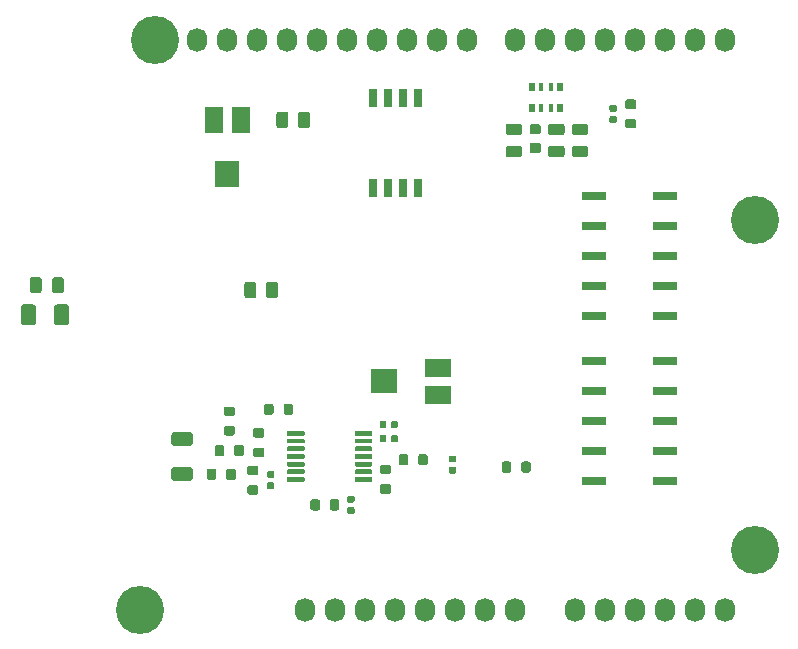
<source format=gbr>
G04 #@! TF.GenerationSoftware,KiCad,Pcbnew,5.1.5+dfsg1-2build2*
G04 #@! TF.CreationDate,2021-11-30T21:55:48+00:00*
G04 #@! TF.ProjectId,shield,73686965-6c64-42e6-9b69-6361645f7063,rev?*
G04 #@! TF.SameCoordinates,Original*
G04 #@! TF.FileFunction,Soldermask,Top*
G04 #@! TF.FilePolarity,Negative*
%FSLAX46Y46*%
G04 Gerber Fmt 4.6, Leading zero omitted, Abs format (unit mm)*
G04 Created by KiCad (PCBNEW 5.1.5+dfsg1-2build2) date 2021-11-30 21:55:48*
%MOMM*%
%LPD*%
G04 APERTURE LIST*
%ADD10C,0.350000*%
%ADD11R,2.000000X0.800000*%
%ADD12R,2.000000X2.200000*%
%ADD13R,1.500000X2.200000*%
%ADD14R,2.200000X2.000000*%
%ADD15R,2.200000X1.500000*%
%ADD16R,0.500000X0.800000*%
%ADD17R,0.400000X0.800000*%
%ADD18R,0.762000X1.524000*%
%ADD19O,1.727200X2.032000*%
%ADD20C,4.064000*%
G04 APERTURE END LIST*
D10*
G04 #@! TO.C,R13*
G36*
X23574505Y30298796D02*
G01*
X23598773Y30295196D01*
X23622572Y30289235D01*
X23645671Y30280970D01*
X23667850Y30270480D01*
X23688893Y30257868D01*
X23708599Y30243253D01*
X23726777Y30226777D01*
X23743253Y30208599D01*
X23757868Y30188893D01*
X23770480Y30167850D01*
X23780970Y30145671D01*
X23789235Y30122572D01*
X23795196Y30098773D01*
X23798796Y30074505D01*
X23800000Y30050001D01*
X23800000Y29149999D01*
X23798796Y29125495D01*
X23795196Y29101227D01*
X23789235Y29077428D01*
X23780970Y29054329D01*
X23770480Y29032150D01*
X23757868Y29011107D01*
X23743253Y28991401D01*
X23726777Y28973223D01*
X23708599Y28956747D01*
X23688893Y28942132D01*
X23667850Y28929520D01*
X23645671Y28919030D01*
X23622572Y28910765D01*
X23598773Y28904804D01*
X23574505Y28901204D01*
X23550001Y28900000D01*
X23024999Y28900000D01*
X23000495Y28901204D01*
X22976227Y28904804D01*
X22952428Y28910765D01*
X22929329Y28919030D01*
X22907150Y28929520D01*
X22886107Y28942132D01*
X22866401Y28956747D01*
X22848223Y28973223D01*
X22831747Y28991401D01*
X22817132Y29011107D01*
X22804520Y29032150D01*
X22794030Y29054329D01*
X22785765Y29077428D01*
X22779804Y29101227D01*
X22776204Y29125495D01*
X22775000Y29149999D01*
X22775000Y30050001D01*
X22776204Y30074505D01*
X22779804Y30098773D01*
X22785765Y30122572D01*
X22794030Y30145671D01*
X22804520Y30167850D01*
X22817132Y30188893D01*
X22831747Y30208599D01*
X22848223Y30226777D01*
X22866401Y30243253D01*
X22886107Y30257868D01*
X22907150Y30270480D01*
X22929329Y30280970D01*
X22952428Y30289235D01*
X22976227Y30295196D01*
X23000495Y30298796D01*
X23024999Y30300000D01*
X23550001Y30300000D01*
X23574505Y30298796D01*
G37*
G36*
X25399505Y30298796D02*
G01*
X25423773Y30295196D01*
X25447572Y30289235D01*
X25470671Y30280970D01*
X25492850Y30270480D01*
X25513893Y30257868D01*
X25533599Y30243253D01*
X25551777Y30226777D01*
X25568253Y30208599D01*
X25582868Y30188893D01*
X25595480Y30167850D01*
X25605970Y30145671D01*
X25614235Y30122572D01*
X25620196Y30098773D01*
X25623796Y30074505D01*
X25625000Y30050001D01*
X25625000Y29149999D01*
X25623796Y29125495D01*
X25620196Y29101227D01*
X25614235Y29077428D01*
X25605970Y29054329D01*
X25595480Y29032150D01*
X25582868Y29011107D01*
X25568253Y28991401D01*
X25551777Y28973223D01*
X25533599Y28956747D01*
X25513893Y28942132D01*
X25492850Y28929520D01*
X25470671Y28919030D01*
X25447572Y28910765D01*
X25423773Y28904804D01*
X25399505Y28901204D01*
X25375001Y28900000D01*
X24849999Y28900000D01*
X24825495Y28901204D01*
X24801227Y28904804D01*
X24777428Y28910765D01*
X24754329Y28919030D01*
X24732150Y28929520D01*
X24711107Y28942132D01*
X24691401Y28956747D01*
X24673223Y28973223D01*
X24656747Y28991401D01*
X24642132Y29011107D01*
X24629520Y29032150D01*
X24619030Y29054329D01*
X24610765Y29077428D01*
X24604804Y29101227D01*
X24601204Y29125495D01*
X24600000Y29149999D01*
X24600000Y30050001D01*
X24601204Y30074505D01*
X24604804Y30098773D01*
X24610765Y30122572D01*
X24619030Y30145671D01*
X24629520Y30167850D01*
X24642132Y30188893D01*
X24656747Y30208599D01*
X24673223Y30226777D01*
X24691401Y30243253D01*
X24711107Y30257868D01*
X24732150Y30270480D01*
X24754329Y30280970D01*
X24777428Y30289235D01*
X24801227Y30295196D01*
X24825495Y30298796D01*
X24849999Y30300000D01*
X25375001Y30300000D01*
X25399505Y30298796D01*
G37*
G04 #@! TD*
G04 #@! TO.C,R9*
G36*
X28112005Y44698796D02*
G01*
X28136273Y44695196D01*
X28160072Y44689235D01*
X28183171Y44680970D01*
X28205350Y44670480D01*
X28226393Y44657868D01*
X28246099Y44643253D01*
X28264277Y44626777D01*
X28280753Y44608599D01*
X28295368Y44588893D01*
X28307980Y44567850D01*
X28318470Y44545671D01*
X28326735Y44522572D01*
X28332696Y44498773D01*
X28336296Y44474505D01*
X28337500Y44450001D01*
X28337500Y43549999D01*
X28336296Y43525495D01*
X28332696Y43501227D01*
X28326735Y43477428D01*
X28318470Y43454329D01*
X28307980Y43432150D01*
X28295368Y43411107D01*
X28280753Y43391401D01*
X28264277Y43373223D01*
X28246099Y43356747D01*
X28226393Y43342132D01*
X28205350Y43329520D01*
X28183171Y43319030D01*
X28160072Y43310765D01*
X28136273Y43304804D01*
X28112005Y43301204D01*
X28087501Y43300000D01*
X27562499Y43300000D01*
X27537995Y43301204D01*
X27513727Y43304804D01*
X27489928Y43310765D01*
X27466829Y43319030D01*
X27444650Y43329520D01*
X27423607Y43342132D01*
X27403901Y43356747D01*
X27385723Y43373223D01*
X27369247Y43391401D01*
X27354632Y43411107D01*
X27342020Y43432150D01*
X27331530Y43454329D01*
X27323265Y43477428D01*
X27317304Y43501227D01*
X27313704Y43525495D01*
X27312500Y43549999D01*
X27312500Y44450001D01*
X27313704Y44474505D01*
X27317304Y44498773D01*
X27323265Y44522572D01*
X27331530Y44545671D01*
X27342020Y44567850D01*
X27354632Y44588893D01*
X27369247Y44608599D01*
X27385723Y44626777D01*
X27403901Y44643253D01*
X27423607Y44657868D01*
X27444650Y44670480D01*
X27466829Y44680970D01*
X27489928Y44689235D01*
X27513727Y44695196D01*
X27537995Y44698796D01*
X27562499Y44700000D01*
X28087501Y44700000D01*
X28112005Y44698796D01*
G37*
G36*
X26287005Y44698796D02*
G01*
X26311273Y44695196D01*
X26335072Y44689235D01*
X26358171Y44680970D01*
X26380350Y44670480D01*
X26401393Y44657868D01*
X26421099Y44643253D01*
X26439277Y44626777D01*
X26455753Y44608599D01*
X26470368Y44588893D01*
X26482980Y44567850D01*
X26493470Y44545671D01*
X26501735Y44522572D01*
X26507696Y44498773D01*
X26511296Y44474505D01*
X26512500Y44450001D01*
X26512500Y43549999D01*
X26511296Y43525495D01*
X26507696Y43501227D01*
X26501735Y43477428D01*
X26493470Y43454329D01*
X26482980Y43432150D01*
X26470368Y43411107D01*
X26455753Y43391401D01*
X26439277Y43373223D01*
X26421099Y43356747D01*
X26401393Y43342132D01*
X26380350Y43329520D01*
X26358171Y43319030D01*
X26335072Y43310765D01*
X26311273Y43304804D01*
X26287005Y43301204D01*
X26262501Y43300000D01*
X25737499Y43300000D01*
X25712995Y43301204D01*
X25688727Y43304804D01*
X25664928Y43310765D01*
X25641829Y43319030D01*
X25619650Y43329520D01*
X25598607Y43342132D01*
X25578901Y43356747D01*
X25560723Y43373223D01*
X25544247Y43391401D01*
X25529632Y43411107D01*
X25517020Y43432150D01*
X25506530Y43454329D01*
X25498265Y43477428D01*
X25492304Y43501227D01*
X25488704Y43525495D01*
X25487500Y43549999D01*
X25487500Y44450001D01*
X25488704Y44474505D01*
X25492304Y44498773D01*
X25498265Y44522572D01*
X25506530Y44545671D01*
X25517020Y44567850D01*
X25529632Y44588893D01*
X25544247Y44608599D01*
X25560723Y44626777D01*
X25578901Y44643253D01*
X25598607Y44657868D01*
X25619650Y44670480D01*
X25641829Y44680970D01*
X25664928Y44689235D01*
X25688727Y44695196D01*
X25712995Y44698796D01*
X25737499Y44700000D01*
X26262501Y44700000D01*
X26287005Y44698796D01*
G37*
G04 #@! TD*
D11*
G04 #@! TO.C,J1*
X52400000Y23580000D03*
X58400000Y23580000D03*
X52400000Y21040000D03*
X58400000Y21040000D03*
X52400000Y18500000D03*
X58400000Y18500000D03*
X52400000Y15960000D03*
X58400000Y15960000D03*
X52400000Y13420000D03*
X58400000Y13420000D03*
G04 #@! TD*
D10*
G04 #@! TO.C,R12*
G36*
X28994603Y11874037D02*
G01*
X29014018Y11871157D01*
X29033057Y11866388D01*
X29051537Y11859776D01*
X29069279Y11851384D01*
X29086114Y11841294D01*
X29101879Y11829602D01*
X29116421Y11816421D01*
X29129602Y11801879D01*
X29141294Y11786114D01*
X29151384Y11769279D01*
X29159776Y11751537D01*
X29166388Y11733057D01*
X29171157Y11714018D01*
X29174037Y11694603D01*
X29175000Y11675000D01*
X29175000Y11125000D01*
X29174037Y11105397D01*
X29171157Y11085982D01*
X29166388Y11066943D01*
X29159776Y11048463D01*
X29151384Y11030721D01*
X29141294Y11013886D01*
X29129602Y10998121D01*
X29116421Y10983579D01*
X29101879Y10970398D01*
X29086114Y10958706D01*
X29069279Y10948616D01*
X29051537Y10940224D01*
X29033057Y10933612D01*
X29014018Y10928843D01*
X28994603Y10925963D01*
X28975000Y10925000D01*
X28575000Y10925000D01*
X28555397Y10925963D01*
X28535982Y10928843D01*
X28516943Y10933612D01*
X28498463Y10940224D01*
X28480721Y10948616D01*
X28463886Y10958706D01*
X28448121Y10970398D01*
X28433579Y10983579D01*
X28420398Y10998121D01*
X28408706Y11013886D01*
X28398616Y11030721D01*
X28390224Y11048463D01*
X28383612Y11066943D01*
X28378843Y11085982D01*
X28375963Y11105397D01*
X28375000Y11125000D01*
X28375000Y11675000D01*
X28375963Y11694603D01*
X28378843Y11714018D01*
X28383612Y11733057D01*
X28390224Y11751537D01*
X28398616Y11769279D01*
X28408706Y11786114D01*
X28420398Y11801879D01*
X28433579Y11816421D01*
X28448121Y11829602D01*
X28463886Y11841294D01*
X28480721Y11851384D01*
X28498463Y11859776D01*
X28516943Y11866388D01*
X28535982Y11871157D01*
X28555397Y11874037D01*
X28575000Y11875000D01*
X28975000Y11875000D01*
X28994603Y11874037D01*
G37*
G36*
X30644603Y11874037D02*
G01*
X30664018Y11871157D01*
X30683057Y11866388D01*
X30701537Y11859776D01*
X30719279Y11851384D01*
X30736114Y11841294D01*
X30751879Y11829602D01*
X30766421Y11816421D01*
X30779602Y11801879D01*
X30791294Y11786114D01*
X30801384Y11769279D01*
X30809776Y11751537D01*
X30816388Y11733057D01*
X30821157Y11714018D01*
X30824037Y11694603D01*
X30825000Y11675000D01*
X30825000Y11125000D01*
X30824037Y11105397D01*
X30821157Y11085982D01*
X30816388Y11066943D01*
X30809776Y11048463D01*
X30801384Y11030721D01*
X30791294Y11013886D01*
X30779602Y10998121D01*
X30766421Y10983579D01*
X30751879Y10970398D01*
X30736114Y10958706D01*
X30719279Y10948616D01*
X30701537Y10940224D01*
X30683057Y10933612D01*
X30664018Y10928843D01*
X30644603Y10925963D01*
X30625000Y10925000D01*
X30225000Y10925000D01*
X30205397Y10925963D01*
X30185982Y10928843D01*
X30166943Y10933612D01*
X30148463Y10940224D01*
X30130721Y10948616D01*
X30113886Y10958706D01*
X30098121Y10970398D01*
X30083579Y10983579D01*
X30070398Y10998121D01*
X30058706Y11013886D01*
X30048616Y11030721D01*
X30040224Y11048463D01*
X30033612Y11066943D01*
X30028843Y11085982D01*
X30025963Y11105397D01*
X30025000Y11125000D01*
X30025000Y11675000D01*
X30025963Y11694603D01*
X30028843Y11714018D01*
X30033612Y11733057D01*
X30040224Y11751537D01*
X30048616Y11769279D01*
X30058706Y11786114D01*
X30070398Y11801879D01*
X30083579Y11816421D01*
X30098121Y11829602D01*
X30113886Y11841294D01*
X30130721Y11851384D01*
X30148463Y11859776D01*
X30166943Y11866388D01*
X30185982Y11871157D01*
X30205397Y11874037D01*
X30225000Y11875000D01*
X30625000Y11875000D01*
X30644603Y11874037D01*
G37*
G04 #@! TD*
G04 #@! TO.C,R11*
G36*
X45194603Y15074037D02*
G01*
X45214018Y15071157D01*
X45233057Y15066388D01*
X45251537Y15059776D01*
X45269279Y15051384D01*
X45286114Y15041294D01*
X45301879Y15029602D01*
X45316421Y15016421D01*
X45329602Y15001879D01*
X45341294Y14986114D01*
X45351384Y14969279D01*
X45359776Y14951537D01*
X45366388Y14933057D01*
X45371157Y14914018D01*
X45374037Y14894603D01*
X45375000Y14875000D01*
X45375000Y14325000D01*
X45374037Y14305397D01*
X45371157Y14285982D01*
X45366388Y14266943D01*
X45359776Y14248463D01*
X45351384Y14230721D01*
X45341294Y14213886D01*
X45329602Y14198121D01*
X45316421Y14183579D01*
X45301879Y14170398D01*
X45286114Y14158706D01*
X45269279Y14148616D01*
X45251537Y14140224D01*
X45233057Y14133612D01*
X45214018Y14128843D01*
X45194603Y14125963D01*
X45175000Y14125000D01*
X44775000Y14125000D01*
X44755397Y14125963D01*
X44735982Y14128843D01*
X44716943Y14133612D01*
X44698463Y14140224D01*
X44680721Y14148616D01*
X44663886Y14158706D01*
X44648121Y14170398D01*
X44633579Y14183579D01*
X44620398Y14198121D01*
X44608706Y14213886D01*
X44598616Y14230721D01*
X44590224Y14248463D01*
X44583612Y14266943D01*
X44578843Y14285982D01*
X44575963Y14305397D01*
X44575000Y14325000D01*
X44575000Y14875000D01*
X44575963Y14894603D01*
X44578843Y14914018D01*
X44583612Y14933057D01*
X44590224Y14951537D01*
X44598616Y14969279D01*
X44608706Y14986114D01*
X44620398Y15001879D01*
X44633579Y15016421D01*
X44648121Y15029602D01*
X44663886Y15041294D01*
X44680721Y15051384D01*
X44698463Y15059776D01*
X44716943Y15066388D01*
X44735982Y15071157D01*
X44755397Y15074037D01*
X44775000Y15075000D01*
X45175000Y15075000D01*
X45194603Y15074037D01*
G37*
G36*
X46844603Y15074037D02*
G01*
X46864018Y15071157D01*
X46883057Y15066388D01*
X46901537Y15059776D01*
X46919279Y15051384D01*
X46936114Y15041294D01*
X46951879Y15029602D01*
X46966421Y15016421D01*
X46979602Y15001879D01*
X46991294Y14986114D01*
X47001384Y14969279D01*
X47009776Y14951537D01*
X47016388Y14933057D01*
X47021157Y14914018D01*
X47024037Y14894603D01*
X47025000Y14875000D01*
X47025000Y14325000D01*
X47024037Y14305397D01*
X47021157Y14285982D01*
X47016388Y14266943D01*
X47009776Y14248463D01*
X47001384Y14230721D01*
X46991294Y14213886D01*
X46979602Y14198121D01*
X46966421Y14183579D01*
X46951879Y14170398D01*
X46936114Y14158706D01*
X46919279Y14148616D01*
X46901537Y14140224D01*
X46883057Y14133612D01*
X46864018Y14128843D01*
X46844603Y14125963D01*
X46825000Y14125000D01*
X46425000Y14125000D01*
X46405397Y14125963D01*
X46385982Y14128843D01*
X46366943Y14133612D01*
X46348463Y14140224D01*
X46330721Y14148616D01*
X46313886Y14158706D01*
X46298121Y14170398D01*
X46283579Y14183579D01*
X46270398Y14198121D01*
X46258706Y14213886D01*
X46248616Y14230721D01*
X46240224Y14248463D01*
X46233612Y14266943D01*
X46228843Y14285982D01*
X46225963Y14305397D01*
X46225000Y14325000D01*
X46225000Y14875000D01*
X46225963Y14894603D01*
X46228843Y14914018D01*
X46233612Y14933057D01*
X46240224Y14951537D01*
X46248616Y14969279D01*
X46258706Y14986114D01*
X46270398Y15001879D01*
X46283579Y15016421D01*
X46298121Y15029602D01*
X46313886Y15041294D01*
X46330721Y15051384D01*
X46348463Y15059776D01*
X46366943Y15066388D01*
X46385982Y15071157D01*
X46405397Y15074037D01*
X46425000Y15075000D01*
X46825000Y15075000D01*
X46844603Y15074037D01*
G37*
G04 #@! TD*
G04 #@! TO.C,C7*
G36*
X31983722Y11199326D02*
G01*
X31997313Y11197310D01*
X32010640Y11193972D01*
X32023576Y11189343D01*
X32035996Y11183469D01*
X32047780Y11176406D01*
X32058815Y11168221D01*
X32068995Y11158995D01*
X32078221Y11148815D01*
X32086406Y11137780D01*
X32093469Y11125996D01*
X32099343Y11113576D01*
X32103972Y11100640D01*
X32107310Y11087313D01*
X32109326Y11073722D01*
X32110000Y11060000D01*
X32110000Y10780000D01*
X32109326Y10766278D01*
X32107310Y10752687D01*
X32103972Y10739360D01*
X32099343Y10726424D01*
X32093469Y10714004D01*
X32086406Y10702220D01*
X32078221Y10691185D01*
X32068995Y10681005D01*
X32058815Y10671779D01*
X32047780Y10663594D01*
X32035996Y10656531D01*
X32023576Y10650657D01*
X32010640Y10646028D01*
X31997313Y10642690D01*
X31983722Y10640674D01*
X31970000Y10640000D01*
X31630000Y10640000D01*
X31616278Y10640674D01*
X31602687Y10642690D01*
X31589360Y10646028D01*
X31576424Y10650657D01*
X31564004Y10656531D01*
X31552220Y10663594D01*
X31541185Y10671779D01*
X31531005Y10681005D01*
X31521779Y10691185D01*
X31513594Y10702220D01*
X31506531Y10714004D01*
X31500657Y10726424D01*
X31496028Y10739360D01*
X31492690Y10752687D01*
X31490674Y10766278D01*
X31490000Y10780000D01*
X31490000Y11060000D01*
X31490674Y11073722D01*
X31492690Y11087313D01*
X31496028Y11100640D01*
X31500657Y11113576D01*
X31506531Y11125996D01*
X31513594Y11137780D01*
X31521779Y11148815D01*
X31531005Y11158995D01*
X31541185Y11168221D01*
X31552220Y11176406D01*
X31564004Y11183469D01*
X31576424Y11189343D01*
X31589360Y11193972D01*
X31602687Y11197310D01*
X31616278Y11199326D01*
X31630000Y11200000D01*
X31970000Y11200000D01*
X31983722Y11199326D01*
G37*
G36*
X31983722Y12159326D02*
G01*
X31997313Y12157310D01*
X32010640Y12153972D01*
X32023576Y12149343D01*
X32035996Y12143469D01*
X32047780Y12136406D01*
X32058815Y12128221D01*
X32068995Y12118995D01*
X32078221Y12108815D01*
X32086406Y12097780D01*
X32093469Y12085996D01*
X32099343Y12073576D01*
X32103972Y12060640D01*
X32107310Y12047313D01*
X32109326Y12033722D01*
X32110000Y12020000D01*
X32110000Y11740000D01*
X32109326Y11726278D01*
X32107310Y11712687D01*
X32103972Y11699360D01*
X32099343Y11686424D01*
X32093469Y11674004D01*
X32086406Y11662220D01*
X32078221Y11651185D01*
X32068995Y11641005D01*
X32058815Y11631779D01*
X32047780Y11623594D01*
X32035996Y11616531D01*
X32023576Y11610657D01*
X32010640Y11606028D01*
X31997313Y11602690D01*
X31983722Y11600674D01*
X31970000Y11600000D01*
X31630000Y11600000D01*
X31616278Y11600674D01*
X31602687Y11602690D01*
X31589360Y11606028D01*
X31576424Y11610657D01*
X31564004Y11616531D01*
X31552220Y11623594D01*
X31541185Y11631779D01*
X31531005Y11641005D01*
X31521779Y11651185D01*
X31513594Y11662220D01*
X31506531Y11674004D01*
X31500657Y11686424D01*
X31496028Y11699360D01*
X31492690Y11712687D01*
X31490674Y11726278D01*
X31490000Y11740000D01*
X31490000Y12020000D01*
X31490674Y12033722D01*
X31492690Y12047313D01*
X31496028Y12060640D01*
X31500657Y12073576D01*
X31506531Y12085996D01*
X31513594Y12097780D01*
X31521779Y12108815D01*
X31531005Y12118995D01*
X31541185Y12128221D01*
X31552220Y12136406D01*
X31564004Y12143469D01*
X31576424Y12149343D01*
X31589360Y12153972D01*
X31602687Y12157310D01*
X31616278Y12159326D01*
X31630000Y12160000D01*
X31970000Y12160000D01*
X31983722Y12159326D01*
G37*
G04 #@! TD*
G04 #@! TO.C,C2*
G36*
X34673722Y17309326D02*
G01*
X34687313Y17307310D01*
X34700640Y17303972D01*
X34713576Y17299343D01*
X34725996Y17293469D01*
X34737780Y17286406D01*
X34748815Y17278221D01*
X34758995Y17268995D01*
X34768221Y17258815D01*
X34776406Y17247780D01*
X34783469Y17235996D01*
X34789343Y17223576D01*
X34793972Y17210640D01*
X34797310Y17197313D01*
X34799326Y17183722D01*
X34800000Y17170000D01*
X34800000Y16830000D01*
X34799326Y16816278D01*
X34797310Y16802687D01*
X34793972Y16789360D01*
X34789343Y16776424D01*
X34783469Y16764004D01*
X34776406Y16752220D01*
X34768221Y16741185D01*
X34758995Y16731005D01*
X34748815Y16721779D01*
X34737780Y16713594D01*
X34725996Y16706531D01*
X34713576Y16700657D01*
X34700640Y16696028D01*
X34687313Y16692690D01*
X34673722Y16690674D01*
X34660000Y16690000D01*
X34380000Y16690000D01*
X34366278Y16690674D01*
X34352687Y16692690D01*
X34339360Y16696028D01*
X34326424Y16700657D01*
X34314004Y16706531D01*
X34302220Y16713594D01*
X34291185Y16721779D01*
X34281005Y16731005D01*
X34271779Y16741185D01*
X34263594Y16752220D01*
X34256531Y16764004D01*
X34250657Y16776424D01*
X34246028Y16789360D01*
X34242690Y16802687D01*
X34240674Y16816278D01*
X34240000Y16830000D01*
X34240000Y17170000D01*
X34240674Y17183722D01*
X34242690Y17197313D01*
X34246028Y17210640D01*
X34250657Y17223576D01*
X34256531Y17235996D01*
X34263594Y17247780D01*
X34271779Y17258815D01*
X34281005Y17268995D01*
X34291185Y17278221D01*
X34302220Y17286406D01*
X34314004Y17293469D01*
X34326424Y17299343D01*
X34339360Y17303972D01*
X34352687Y17307310D01*
X34366278Y17309326D01*
X34380000Y17310000D01*
X34660000Y17310000D01*
X34673722Y17309326D01*
G37*
G36*
X35633722Y17309326D02*
G01*
X35647313Y17307310D01*
X35660640Y17303972D01*
X35673576Y17299343D01*
X35685996Y17293469D01*
X35697780Y17286406D01*
X35708815Y17278221D01*
X35718995Y17268995D01*
X35728221Y17258815D01*
X35736406Y17247780D01*
X35743469Y17235996D01*
X35749343Y17223576D01*
X35753972Y17210640D01*
X35757310Y17197313D01*
X35759326Y17183722D01*
X35760000Y17170000D01*
X35760000Y16830000D01*
X35759326Y16816278D01*
X35757310Y16802687D01*
X35753972Y16789360D01*
X35749343Y16776424D01*
X35743469Y16764004D01*
X35736406Y16752220D01*
X35728221Y16741185D01*
X35718995Y16731005D01*
X35708815Y16721779D01*
X35697780Y16713594D01*
X35685996Y16706531D01*
X35673576Y16700657D01*
X35660640Y16696028D01*
X35647313Y16692690D01*
X35633722Y16690674D01*
X35620000Y16690000D01*
X35340000Y16690000D01*
X35326278Y16690674D01*
X35312687Y16692690D01*
X35299360Y16696028D01*
X35286424Y16700657D01*
X35274004Y16706531D01*
X35262220Y16713594D01*
X35251185Y16721779D01*
X35241005Y16731005D01*
X35231779Y16741185D01*
X35223594Y16752220D01*
X35216531Y16764004D01*
X35210657Y16776424D01*
X35206028Y16789360D01*
X35202690Y16802687D01*
X35200674Y16816278D01*
X35200000Y16830000D01*
X35200000Y17170000D01*
X35200674Y17183722D01*
X35202690Y17197313D01*
X35206028Y17210640D01*
X35210657Y17223576D01*
X35216531Y17235996D01*
X35223594Y17247780D01*
X35231779Y17258815D01*
X35241005Y17268995D01*
X35251185Y17278221D01*
X35262220Y17286406D01*
X35274004Y17293469D01*
X35286424Y17299343D01*
X35299360Y17303972D01*
X35312687Y17307310D01*
X35326278Y17309326D01*
X35340000Y17310000D01*
X35620000Y17310000D01*
X35633722Y17309326D01*
G37*
G04 #@! TD*
G04 #@! TO.C,C1*
G36*
X40583722Y14599326D02*
G01*
X40597313Y14597310D01*
X40610640Y14593972D01*
X40623576Y14589343D01*
X40635996Y14583469D01*
X40647780Y14576406D01*
X40658815Y14568221D01*
X40668995Y14558995D01*
X40678221Y14548815D01*
X40686406Y14537780D01*
X40693469Y14525996D01*
X40699343Y14513576D01*
X40703972Y14500640D01*
X40707310Y14487313D01*
X40709326Y14473722D01*
X40710000Y14460000D01*
X40710000Y14180000D01*
X40709326Y14166278D01*
X40707310Y14152687D01*
X40703972Y14139360D01*
X40699343Y14126424D01*
X40693469Y14114004D01*
X40686406Y14102220D01*
X40678221Y14091185D01*
X40668995Y14081005D01*
X40658815Y14071779D01*
X40647780Y14063594D01*
X40635996Y14056531D01*
X40623576Y14050657D01*
X40610640Y14046028D01*
X40597313Y14042690D01*
X40583722Y14040674D01*
X40570000Y14040000D01*
X40230000Y14040000D01*
X40216278Y14040674D01*
X40202687Y14042690D01*
X40189360Y14046028D01*
X40176424Y14050657D01*
X40164004Y14056531D01*
X40152220Y14063594D01*
X40141185Y14071779D01*
X40131005Y14081005D01*
X40121779Y14091185D01*
X40113594Y14102220D01*
X40106531Y14114004D01*
X40100657Y14126424D01*
X40096028Y14139360D01*
X40092690Y14152687D01*
X40090674Y14166278D01*
X40090000Y14180000D01*
X40090000Y14460000D01*
X40090674Y14473722D01*
X40092690Y14487313D01*
X40096028Y14500640D01*
X40100657Y14513576D01*
X40106531Y14525996D01*
X40113594Y14537780D01*
X40121779Y14548815D01*
X40131005Y14558995D01*
X40141185Y14568221D01*
X40152220Y14576406D01*
X40164004Y14583469D01*
X40176424Y14589343D01*
X40189360Y14593972D01*
X40202687Y14597310D01*
X40216278Y14599326D01*
X40230000Y14600000D01*
X40570000Y14600000D01*
X40583722Y14599326D01*
G37*
G36*
X40583722Y15559326D02*
G01*
X40597313Y15557310D01*
X40610640Y15553972D01*
X40623576Y15549343D01*
X40635996Y15543469D01*
X40647780Y15536406D01*
X40658815Y15528221D01*
X40668995Y15518995D01*
X40678221Y15508815D01*
X40686406Y15497780D01*
X40693469Y15485996D01*
X40699343Y15473576D01*
X40703972Y15460640D01*
X40707310Y15447313D01*
X40709326Y15433722D01*
X40710000Y15420000D01*
X40710000Y15140000D01*
X40709326Y15126278D01*
X40707310Y15112687D01*
X40703972Y15099360D01*
X40699343Y15086424D01*
X40693469Y15074004D01*
X40686406Y15062220D01*
X40678221Y15051185D01*
X40668995Y15041005D01*
X40658815Y15031779D01*
X40647780Y15023594D01*
X40635996Y15016531D01*
X40623576Y15010657D01*
X40610640Y15006028D01*
X40597313Y15002690D01*
X40583722Y15000674D01*
X40570000Y15000000D01*
X40230000Y15000000D01*
X40216278Y15000674D01*
X40202687Y15002690D01*
X40189360Y15006028D01*
X40176424Y15010657D01*
X40164004Y15016531D01*
X40152220Y15023594D01*
X40141185Y15031779D01*
X40131005Y15041005D01*
X40121779Y15051185D01*
X40113594Y15062220D01*
X40106531Y15074004D01*
X40100657Y15086424D01*
X40096028Y15099360D01*
X40092690Y15112687D01*
X40090674Y15126278D01*
X40090000Y15140000D01*
X40090000Y15420000D01*
X40090674Y15433722D01*
X40092690Y15447313D01*
X40096028Y15460640D01*
X40100657Y15473576D01*
X40106531Y15485996D01*
X40113594Y15497780D01*
X40121779Y15508815D01*
X40131005Y15518995D01*
X40141185Y15528221D01*
X40152220Y15536406D01*
X40164004Y15543469D01*
X40176424Y15549343D01*
X40189360Y15553972D01*
X40202687Y15557310D01*
X40216278Y15559326D01*
X40230000Y15560000D01*
X40570000Y15560000D01*
X40583722Y15559326D01*
G37*
G04 #@! TD*
D11*
G04 #@! TO.C,J2*
X58400000Y27420000D03*
X52400000Y27420000D03*
X58400000Y29960000D03*
X52400000Y29960000D03*
X58400000Y32500000D03*
X52400000Y32500000D03*
X58400000Y35040000D03*
X52400000Y35040000D03*
X58400000Y37580000D03*
X52400000Y37580000D03*
G04 #@! TD*
D12*
G04 #@! TO.C,RV2*
X21350000Y39400000D03*
D13*
X20200000Y44000000D03*
X22500000Y44000000D03*
G04 #@! TD*
D14*
G04 #@! TO.C,RV1*
X34587000Y21875000D03*
D15*
X39187000Y23025000D03*
X39187000Y20725000D03*
G04 #@! TD*
D16*
G04 #@! TO.C,RN1*
X47100000Y45000000D03*
D17*
X47900000Y45000000D03*
D16*
X49500000Y45000000D03*
D17*
X48700000Y45000000D03*
D16*
X47100000Y46800000D03*
D17*
X48700000Y46800000D03*
X47900000Y46800000D03*
D16*
X49500000Y46800000D03*
G04 #@! TD*
D10*
G04 #@! TO.C,D6*
G36*
X46080142Y43686326D02*
G01*
X46103803Y43682816D01*
X46127007Y43677004D01*
X46149529Y43668946D01*
X46171153Y43658718D01*
X46191670Y43646421D01*
X46210883Y43632171D01*
X46228607Y43616107D01*
X46244671Y43598383D01*
X46258921Y43579170D01*
X46271218Y43558653D01*
X46281446Y43537029D01*
X46289504Y43514507D01*
X46295316Y43491303D01*
X46298826Y43467642D01*
X46300000Y43443750D01*
X46300000Y42956250D01*
X46298826Y42932358D01*
X46295316Y42908697D01*
X46289504Y42885493D01*
X46281446Y42862971D01*
X46271218Y42841347D01*
X46258921Y42820830D01*
X46244671Y42801617D01*
X46228607Y42783893D01*
X46210883Y42767829D01*
X46191670Y42753579D01*
X46171153Y42741282D01*
X46149529Y42731054D01*
X46127007Y42722996D01*
X46103803Y42717184D01*
X46080142Y42713674D01*
X46056250Y42712500D01*
X45143750Y42712500D01*
X45119858Y42713674D01*
X45096197Y42717184D01*
X45072993Y42722996D01*
X45050471Y42731054D01*
X45028847Y42741282D01*
X45008330Y42753579D01*
X44989117Y42767829D01*
X44971393Y42783893D01*
X44955329Y42801617D01*
X44941079Y42820830D01*
X44928782Y42841347D01*
X44918554Y42862971D01*
X44910496Y42885493D01*
X44904684Y42908697D01*
X44901174Y42932358D01*
X44900000Y42956250D01*
X44900000Y43443750D01*
X44901174Y43467642D01*
X44904684Y43491303D01*
X44910496Y43514507D01*
X44918554Y43537029D01*
X44928782Y43558653D01*
X44941079Y43579170D01*
X44955329Y43598383D01*
X44971393Y43616107D01*
X44989117Y43632171D01*
X45008330Y43646421D01*
X45028847Y43658718D01*
X45050471Y43668946D01*
X45072993Y43677004D01*
X45096197Y43682816D01*
X45119858Y43686326D01*
X45143750Y43687500D01*
X46056250Y43687500D01*
X46080142Y43686326D01*
G37*
G36*
X46080142Y41811326D02*
G01*
X46103803Y41807816D01*
X46127007Y41802004D01*
X46149529Y41793946D01*
X46171153Y41783718D01*
X46191670Y41771421D01*
X46210883Y41757171D01*
X46228607Y41741107D01*
X46244671Y41723383D01*
X46258921Y41704170D01*
X46271218Y41683653D01*
X46281446Y41662029D01*
X46289504Y41639507D01*
X46295316Y41616303D01*
X46298826Y41592642D01*
X46300000Y41568750D01*
X46300000Y41081250D01*
X46298826Y41057358D01*
X46295316Y41033697D01*
X46289504Y41010493D01*
X46281446Y40987971D01*
X46271218Y40966347D01*
X46258921Y40945830D01*
X46244671Y40926617D01*
X46228607Y40908893D01*
X46210883Y40892829D01*
X46191670Y40878579D01*
X46171153Y40866282D01*
X46149529Y40856054D01*
X46127007Y40847996D01*
X46103803Y40842184D01*
X46080142Y40838674D01*
X46056250Y40837500D01*
X45143750Y40837500D01*
X45119858Y40838674D01*
X45096197Y40842184D01*
X45072993Y40847996D01*
X45050471Y40856054D01*
X45028847Y40866282D01*
X45008330Y40878579D01*
X44989117Y40892829D01*
X44971393Y40908893D01*
X44955329Y40926617D01*
X44941079Y40945830D01*
X44928782Y40966347D01*
X44918554Y40987971D01*
X44910496Y41010493D01*
X44904684Y41033697D01*
X44901174Y41057358D01*
X44900000Y41081250D01*
X44900000Y41568750D01*
X44901174Y41592642D01*
X44904684Y41616303D01*
X44910496Y41639507D01*
X44918554Y41662029D01*
X44928782Y41683653D01*
X44941079Y41704170D01*
X44955329Y41723383D01*
X44971393Y41741107D01*
X44989117Y41757171D01*
X45008330Y41771421D01*
X45028847Y41783718D01*
X45050471Y41793946D01*
X45072993Y41802004D01*
X45096197Y41807816D01*
X45119858Y41811326D01*
X45143750Y41812500D01*
X46056250Y41812500D01*
X46080142Y41811326D01*
G37*
G04 #@! TD*
G04 #@! TO.C,D5*
G36*
X47677691Y43636447D02*
G01*
X47698926Y43633297D01*
X47719750Y43628081D01*
X47739962Y43620849D01*
X47759368Y43611670D01*
X47777781Y43600634D01*
X47795024Y43587846D01*
X47810930Y43573430D01*
X47825346Y43557524D01*
X47838134Y43540281D01*
X47849170Y43521868D01*
X47858349Y43502462D01*
X47865581Y43482250D01*
X47870797Y43461426D01*
X47873947Y43440191D01*
X47875000Y43418750D01*
X47875000Y42981250D01*
X47873947Y42959809D01*
X47870797Y42938574D01*
X47865581Y42917750D01*
X47858349Y42897538D01*
X47849170Y42878132D01*
X47838134Y42859719D01*
X47825346Y42842476D01*
X47810930Y42826570D01*
X47795024Y42812154D01*
X47777781Y42799366D01*
X47759368Y42788330D01*
X47739962Y42779151D01*
X47719750Y42771919D01*
X47698926Y42766703D01*
X47677691Y42763553D01*
X47656250Y42762500D01*
X47143750Y42762500D01*
X47122309Y42763553D01*
X47101074Y42766703D01*
X47080250Y42771919D01*
X47060038Y42779151D01*
X47040632Y42788330D01*
X47022219Y42799366D01*
X47004976Y42812154D01*
X46989070Y42826570D01*
X46974654Y42842476D01*
X46961866Y42859719D01*
X46950830Y42878132D01*
X46941651Y42897538D01*
X46934419Y42917750D01*
X46929203Y42938574D01*
X46926053Y42959809D01*
X46925000Y42981250D01*
X46925000Y43418750D01*
X46926053Y43440191D01*
X46929203Y43461426D01*
X46934419Y43482250D01*
X46941651Y43502462D01*
X46950830Y43521868D01*
X46961866Y43540281D01*
X46974654Y43557524D01*
X46989070Y43573430D01*
X47004976Y43587846D01*
X47022219Y43600634D01*
X47040632Y43611670D01*
X47060038Y43620849D01*
X47080250Y43628081D01*
X47101074Y43633297D01*
X47122309Y43636447D01*
X47143750Y43637500D01*
X47656250Y43637500D01*
X47677691Y43636447D01*
G37*
G36*
X47677691Y42061447D02*
G01*
X47698926Y42058297D01*
X47719750Y42053081D01*
X47739962Y42045849D01*
X47759368Y42036670D01*
X47777781Y42025634D01*
X47795024Y42012846D01*
X47810930Y41998430D01*
X47825346Y41982524D01*
X47838134Y41965281D01*
X47849170Y41946868D01*
X47858349Y41927462D01*
X47865581Y41907250D01*
X47870797Y41886426D01*
X47873947Y41865191D01*
X47875000Y41843750D01*
X47875000Y41406250D01*
X47873947Y41384809D01*
X47870797Y41363574D01*
X47865581Y41342750D01*
X47858349Y41322538D01*
X47849170Y41303132D01*
X47838134Y41284719D01*
X47825346Y41267476D01*
X47810930Y41251570D01*
X47795024Y41237154D01*
X47777781Y41224366D01*
X47759368Y41213330D01*
X47739962Y41204151D01*
X47719750Y41196919D01*
X47698926Y41191703D01*
X47677691Y41188553D01*
X47656250Y41187500D01*
X47143750Y41187500D01*
X47122309Y41188553D01*
X47101074Y41191703D01*
X47080250Y41196919D01*
X47060038Y41204151D01*
X47040632Y41213330D01*
X47022219Y41224366D01*
X47004976Y41237154D01*
X46989070Y41251570D01*
X46974654Y41267476D01*
X46961866Y41284719D01*
X46950830Y41303132D01*
X46941651Y41322538D01*
X46934419Y41342750D01*
X46929203Y41363574D01*
X46926053Y41384809D01*
X46925000Y41406250D01*
X46925000Y41843750D01*
X46926053Y41865191D01*
X46929203Y41886426D01*
X46934419Y41907250D01*
X46941651Y41927462D01*
X46950830Y41946868D01*
X46961866Y41965281D01*
X46974654Y41982524D01*
X46989070Y41998430D01*
X47004976Y42012846D01*
X47022219Y42025634D01*
X47040632Y42036670D01*
X47060038Y42045849D01*
X47080250Y42053081D01*
X47101074Y42058297D01*
X47122309Y42061447D01*
X47143750Y42062500D01*
X47656250Y42062500D01*
X47677691Y42061447D01*
G37*
G04 #@! TD*
G04 #@! TO.C,D4*
G36*
X49680142Y43686326D02*
G01*
X49703803Y43682816D01*
X49727007Y43677004D01*
X49749529Y43668946D01*
X49771153Y43658718D01*
X49791670Y43646421D01*
X49810883Y43632171D01*
X49828607Y43616107D01*
X49844671Y43598383D01*
X49858921Y43579170D01*
X49871218Y43558653D01*
X49881446Y43537029D01*
X49889504Y43514507D01*
X49895316Y43491303D01*
X49898826Y43467642D01*
X49900000Y43443750D01*
X49900000Y42956250D01*
X49898826Y42932358D01*
X49895316Y42908697D01*
X49889504Y42885493D01*
X49881446Y42862971D01*
X49871218Y42841347D01*
X49858921Y42820830D01*
X49844671Y42801617D01*
X49828607Y42783893D01*
X49810883Y42767829D01*
X49791670Y42753579D01*
X49771153Y42741282D01*
X49749529Y42731054D01*
X49727007Y42722996D01*
X49703803Y42717184D01*
X49680142Y42713674D01*
X49656250Y42712500D01*
X48743750Y42712500D01*
X48719858Y42713674D01*
X48696197Y42717184D01*
X48672993Y42722996D01*
X48650471Y42731054D01*
X48628847Y42741282D01*
X48608330Y42753579D01*
X48589117Y42767829D01*
X48571393Y42783893D01*
X48555329Y42801617D01*
X48541079Y42820830D01*
X48528782Y42841347D01*
X48518554Y42862971D01*
X48510496Y42885493D01*
X48504684Y42908697D01*
X48501174Y42932358D01*
X48500000Y42956250D01*
X48500000Y43443750D01*
X48501174Y43467642D01*
X48504684Y43491303D01*
X48510496Y43514507D01*
X48518554Y43537029D01*
X48528782Y43558653D01*
X48541079Y43579170D01*
X48555329Y43598383D01*
X48571393Y43616107D01*
X48589117Y43632171D01*
X48608330Y43646421D01*
X48628847Y43658718D01*
X48650471Y43668946D01*
X48672993Y43677004D01*
X48696197Y43682816D01*
X48719858Y43686326D01*
X48743750Y43687500D01*
X49656250Y43687500D01*
X49680142Y43686326D01*
G37*
G36*
X49680142Y41811326D02*
G01*
X49703803Y41807816D01*
X49727007Y41802004D01*
X49749529Y41793946D01*
X49771153Y41783718D01*
X49791670Y41771421D01*
X49810883Y41757171D01*
X49828607Y41741107D01*
X49844671Y41723383D01*
X49858921Y41704170D01*
X49871218Y41683653D01*
X49881446Y41662029D01*
X49889504Y41639507D01*
X49895316Y41616303D01*
X49898826Y41592642D01*
X49900000Y41568750D01*
X49900000Y41081250D01*
X49898826Y41057358D01*
X49895316Y41033697D01*
X49889504Y41010493D01*
X49881446Y40987971D01*
X49871218Y40966347D01*
X49858921Y40945830D01*
X49844671Y40926617D01*
X49828607Y40908893D01*
X49810883Y40892829D01*
X49791670Y40878579D01*
X49771153Y40866282D01*
X49749529Y40856054D01*
X49727007Y40847996D01*
X49703803Y40842184D01*
X49680142Y40838674D01*
X49656250Y40837500D01*
X48743750Y40837500D01*
X48719858Y40838674D01*
X48696197Y40842184D01*
X48672993Y40847996D01*
X48650471Y40856054D01*
X48628847Y40866282D01*
X48608330Y40878579D01*
X48589117Y40892829D01*
X48571393Y40908893D01*
X48555329Y40926617D01*
X48541079Y40945830D01*
X48528782Y40966347D01*
X48518554Y40987971D01*
X48510496Y41010493D01*
X48504684Y41033697D01*
X48501174Y41057358D01*
X48500000Y41081250D01*
X48500000Y41568750D01*
X48501174Y41592642D01*
X48504684Y41616303D01*
X48510496Y41639507D01*
X48518554Y41662029D01*
X48528782Y41683653D01*
X48541079Y41704170D01*
X48555329Y41723383D01*
X48571393Y41741107D01*
X48589117Y41757171D01*
X48608330Y41771421D01*
X48628847Y41783718D01*
X48650471Y41793946D01*
X48672993Y41802004D01*
X48696197Y41807816D01*
X48719858Y41811326D01*
X48743750Y41812500D01*
X49656250Y41812500D01*
X49680142Y41811326D01*
G37*
G04 #@! TD*
G04 #@! TO.C,D3*
G36*
X51680142Y43686326D02*
G01*
X51703803Y43682816D01*
X51727007Y43677004D01*
X51749529Y43668946D01*
X51771153Y43658718D01*
X51791670Y43646421D01*
X51810883Y43632171D01*
X51828607Y43616107D01*
X51844671Y43598383D01*
X51858921Y43579170D01*
X51871218Y43558653D01*
X51881446Y43537029D01*
X51889504Y43514507D01*
X51895316Y43491303D01*
X51898826Y43467642D01*
X51900000Y43443750D01*
X51900000Y42956250D01*
X51898826Y42932358D01*
X51895316Y42908697D01*
X51889504Y42885493D01*
X51881446Y42862971D01*
X51871218Y42841347D01*
X51858921Y42820830D01*
X51844671Y42801617D01*
X51828607Y42783893D01*
X51810883Y42767829D01*
X51791670Y42753579D01*
X51771153Y42741282D01*
X51749529Y42731054D01*
X51727007Y42722996D01*
X51703803Y42717184D01*
X51680142Y42713674D01*
X51656250Y42712500D01*
X50743750Y42712500D01*
X50719858Y42713674D01*
X50696197Y42717184D01*
X50672993Y42722996D01*
X50650471Y42731054D01*
X50628847Y42741282D01*
X50608330Y42753579D01*
X50589117Y42767829D01*
X50571393Y42783893D01*
X50555329Y42801617D01*
X50541079Y42820830D01*
X50528782Y42841347D01*
X50518554Y42862971D01*
X50510496Y42885493D01*
X50504684Y42908697D01*
X50501174Y42932358D01*
X50500000Y42956250D01*
X50500000Y43443750D01*
X50501174Y43467642D01*
X50504684Y43491303D01*
X50510496Y43514507D01*
X50518554Y43537029D01*
X50528782Y43558653D01*
X50541079Y43579170D01*
X50555329Y43598383D01*
X50571393Y43616107D01*
X50589117Y43632171D01*
X50608330Y43646421D01*
X50628847Y43658718D01*
X50650471Y43668946D01*
X50672993Y43677004D01*
X50696197Y43682816D01*
X50719858Y43686326D01*
X50743750Y43687500D01*
X51656250Y43687500D01*
X51680142Y43686326D01*
G37*
G36*
X51680142Y41811326D02*
G01*
X51703803Y41807816D01*
X51727007Y41802004D01*
X51749529Y41793946D01*
X51771153Y41783718D01*
X51791670Y41771421D01*
X51810883Y41757171D01*
X51828607Y41741107D01*
X51844671Y41723383D01*
X51858921Y41704170D01*
X51871218Y41683653D01*
X51881446Y41662029D01*
X51889504Y41639507D01*
X51895316Y41616303D01*
X51898826Y41592642D01*
X51900000Y41568750D01*
X51900000Y41081250D01*
X51898826Y41057358D01*
X51895316Y41033697D01*
X51889504Y41010493D01*
X51881446Y40987971D01*
X51871218Y40966347D01*
X51858921Y40945830D01*
X51844671Y40926617D01*
X51828607Y40908893D01*
X51810883Y40892829D01*
X51791670Y40878579D01*
X51771153Y40866282D01*
X51749529Y40856054D01*
X51727007Y40847996D01*
X51703803Y40842184D01*
X51680142Y40838674D01*
X51656250Y40837500D01*
X50743750Y40837500D01*
X50719858Y40838674D01*
X50696197Y40842184D01*
X50672993Y40847996D01*
X50650471Y40856054D01*
X50628847Y40866282D01*
X50608330Y40878579D01*
X50589117Y40892829D01*
X50571393Y40908893D01*
X50555329Y40926617D01*
X50541079Y40945830D01*
X50528782Y40966347D01*
X50518554Y40987971D01*
X50510496Y41010493D01*
X50504684Y41033697D01*
X50501174Y41057358D01*
X50500000Y41081250D01*
X50500000Y41568750D01*
X50501174Y41592642D01*
X50504684Y41616303D01*
X50510496Y41639507D01*
X50518554Y41662029D01*
X50528782Y41683653D01*
X50541079Y41704170D01*
X50555329Y41723383D01*
X50571393Y41741107D01*
X50589117Y41757171D01*
X50608330Y41771421D01*
X50628847Y41783718D01*
X50650471Y41793946D01*
X50672993Y41802004D01*
X50696197Y41807816D01*
X50719858Y41811326D01*
X50743750Y41812500D01*
X51656250Y41812500D01*
X51680142Y41811326D01*
G37*
G04 #@! TD*
D18*
G04 #@! TO.C,SW1*
X36235000Y45810000D03*
X36235000Y38190000D03*
X34965000Y38190000D03*
X34965000Y45810000D03*
X33695000Y45810000D03*
X33695000Y38190000D03*
X37505000Y38190000D03*
X37505000Y45810000D03*
G04 #@! TD*
D10*
G04 #@! TO.C,U1*
G36*
X27784802Y13749518D02*
G01*
X27794509Y13748079D01*
X27804028Y13745694D01*
X27813268Y13742388D01*
X27822140Y13738192D01*
X27830557Y13733147D01*
X27838439Y13727301D01*
X27845711Y13720711D01*
X27852301Y13713439D01*
X27858147Y13705557D01*
X27863192Y13697140D01*
X27867388Y13688268D01*
X27870694Y13679028D01*
X27873079Y13669509D01*
X27874518Y13659802D01*
X27875000Y13650000D01*
X27875000Y13450000D01*
X27874518Y13440198D01*
X27873079Y13430491D01*
X27870694Y13420972D01*
X27867388Y13411732D01*
X27863192Y13402860D01*
X27858147Y13394443D01*
X27852301Y13386561D01*
X27845711Y13379289D01*
X27838439Y13372699D01*
X27830557Y13366853D01*
X27822140Y13361808D01*
X27813268Y13357612D01*
X27804028Y13354306D01*
X27794509Y13351921D01*
X27784802Y13350482D01*
X27775000Y13350000D01*
X26500000Y13350000D01*
X26490198Y13350482D01*
X26480491Y13351921D01*
X26470972Y13354306D01*
X26461732Y13357612D01*
X26452860Y13361808D01*
X26444443Y13366853D01*
X26436561Y13372699D01*
X26429289Y13379289D01*
X26422699Y13386561D01*
X26416853Y13394443D01*
X26411808Y13402860D01*
X26407612Y13411732D01*
X26404306Y13420972D01*
X26401921Y13430491D01*
X26400482Y13440198D01*
X26400000Y13450000D01*
X26400000Y13650000D01*
X26400482Y13659802D01*
X26401921Y13669509D01*
X26404306Y13679028D01*
X26407612Y13688268D01*
X26411808Y13697140D01*
X26416853Y13705557D01*
X26422699Y13713439D01*
X26429289Y13720711D01*
X26436561Y13727301D01*
X26444443Y13733147D01*
X26452860Y13738192D01*
X26461732Y13742388D01*
X26470972Y13745694D01*
X26480491Y13748079D01*
X26490198Y13749518D01*
X26500000Y13750000D01*
X27775000Y13750000D01*
X27784802Y13749518D01*
G37*
G36*
X27784802Y14399518D02*
G01*
X27794509Y14398079D01*
X27804028Y14395694D01*
X27813268Y14392388D01*
X27822140Y14388192D01*
X27830557Y14383147D01*
X27838439Y14377301D01*
X27845711Y14370711D01*
X27852301Y14363439D01*
X27858147Y14355557D01*
X27863192Y14347140D01*
X27867388Y14338268D01*
X27870694Y14329028D01*
X27873079Y14319509D01*
X27874518Y14309802D01*
X27875000Y14300000D01*
X27875000Y14100000D01*
X27874518Y14090198D01*
X27873079Y14080491D01*
X27870694Y14070972D01*
X27867388Y14061732D01*
X27863192Y14052860D01*
X27858147Y14044443D01*
X27852301Y14036561D01*
X27845711Y14029289D01*
X27838439Y14022699D01*
X27830557Y14016853D01*
X27822140Y14011808D01*
X27813268Y14007612D01*
X27804028Y14004306D01*
X27794509Y14001921D01*
X27784802Y14000482D01*
X27775000Y14000000D01*
X26500000Y14000000D01*
X26490198Y14000482D01*
X26480491Y14001921D01*
X26470972Y14004306D01*
X26461732Y14007612D01*
X26452860Y14011808D01*
X26444443Y14016853D01*
X26436561Y14022699D01*
X26429289Y14029289D01*
X26422699Y14036561D01*
X26416853Y14044443D01*
X26411808Y14052860D01*
X26407612Y14061732D01*
X26404306Y14070972D01*
X26401921Y14080491D01*
X26400482Y14090198D01*
X26400000Y14100000D01*
X26400000Y14300000D01*
X26400482Y14309802D01*
X26401921Y14319509D01*
X26404306Y14329028D01*
X26407612Y14338268D01*
X26411808Y14347140D01*
X26416853Y14355557D01*
X26422699Y14363439D01*
X26429289Y14370711D01*
X26436561Y14377301D01*
X26444443Y14383147D01*
X26452860Y14388192D01*
X26461732Y14392388D01*
X26470972Y14395694D01*
X26480491Y14398079D01*
X26490198Y14399518D01*
X26500000Y14400000D01*
X27775000Y14400000D01*
X27784802Y14399518D01*
G37*
G36*
X27784802Y15049518D02*
G01*
X27794509Y15048079D01*
X27804028Y15045694D01*
X27813268Y15042388D01*
X27822140Y15038192D01*
X27830557Y15033147D01*
X27838439Y15027301D01*
X27845711Y15020711D01*
X27852301Y15013439D01*
X27858147Y15005557D01*
X27863192Y14997140D01*
X27867388Y14988268D01*
X27870694Y14979028D01*
X27873079Y14969509D01*
X27874518Y14959802D01*
X27875000Y14950000D01*
X27875000Y14750000D01*
X27874518Y14740198D01*
X27873079Y14730491D01*
X27870694Y14720972D01*
X27867388Y14711732D01*
X27863192Y14702860D01*
X27858147Y14694443D01*
X27852301Y14686561D01*
X27845711Y14679289D01*
X27838439Y14672699D01*
X27830557Y14666853D01*
X27822140Y14661808D01*
X27813268Y14657612D01*
X27804028Y14654306D01*
X27794509Y14651921D01*
X27784802Y14650482D01*
X27775000Y14650000D01*
X26500000Y14650000D01*
X26490198Y14650482D01*
X26480491Y14651921D01*
X26470972Y14654306D01*
X26461732Y14657612D01*
X26452860Y14661808D01*
X26444443Y14666853D01*
X26436561Y14672699D01*
X26429289Y14679289D01*
X26422699Y14686561D01*
X26416853Y14694443D01*
X26411808Y14702860D01*
X26407612Y14711732D01*
X26404306Y14720972D01*
X26401921Y14730491D01*
X26400482Y14740198D01*
X26400000Y14750000D01*
X26400000Y14950000D01*
X26400482Y14959802D01*
X26401921Y14969509D01*
X26404306Y14979028D01*
X26407612Y14988268D01*
X26411808Y14997140D01*
X26416853Y15005557D01*
X26422699Y15013439D01*
X26429289Y15020711D01*
X26436561Y15027301D01*
X26444443Y15033147D01*
X26452860Y15038192D01*
X26461732Y15042388D01*
X26470972Y15045694D01*
X26480491Y15048079D01*
X26490198Y15049518D01*
X26500000Y15050000D01*
X27775000Y15050000D01*
X27784802Y15049518D01*
G37*
G36*
X27784802Y15699518D02*
G01*
X27794509Y15698079D01*
X27804028Y15695694D01*
X27813268Y15692388D01*
X27822140Y15688192D01*
X27830557Y15683147D01*
X27838439Y15677301D01*
X27845711Y15670711D01*
X27852301Y15663439D01*
X27858147Y15655557D01*
X27863192Y15647140D01*
X27867388Y15638268D01*
X27870694Y15629028D01*
X27873079Y15619509D01*
X27874518Y15609802D01*
X27875000Y15600000D01*
X27875000Y15400000D01*
X27874518Y15390198D01*
X27873079Y15380491D01*
X27870694Y15370972D01*
X27867388Y15361732D01*
X27863192Y15352860D01*
X27858147Y15344443D01*
X27852301Y15336561D01*
X27845711Y15329289D01*
X27838439Y15322699D01*
X27830557Y15316853D01*
X27822140Y15311808D01*
X27813268Y15307612D01*
X27804028Y15304306D01*
X27794509Y15301921D01*
X27784802Y15300482D01*
X27775000Y15300000D01*
X26500000Y15300000D01*
X26490198Y15300482D01*
X26480491Y15301921D01*
X26470972Y15304306D01*
X26461732Y15307612D01*
X26452860Y15311808D01*
X26444443Y15316853D01*
X26436561Y15322699D01*
X26429289Y15329289D01*
X26422699Y15336561D01*
X26416853Y15344443D01*
X26411808Y15352860D01*
X26407612Y15361732D01*
X26404306Y15370972D01*
X26401921Y15380491D01*
X26400482Y15390198D01*
X26400000Y15400000D01*
X26400000Y15600000D01*
X26400482Y15609802D01*
X26401921Y15619509D01*
X26404306Y15629028D01*
X26407612Y15638268D01*
X26411808Y15647140D01*
X26416853Y15655557D01*
X26422699Y15663439D01*
X26429289Y15670711D01*
X26436561Y15677301D01*
X26444443Y15683147D01*
X26452860Y15688192D01*
X26461732Y15692388D01*
X26470972Y15695694D01*
X26480491Y15698079D01*
X26490198Y15699518D01*
X26500000Y15700000D01*
X27775000Y15700000D01*
X27784802Y15699518D01*
G37*
G36*
X27784802Y16349518D02*
G01*
X27794509Y16348079D01*
X27804028Y16345694D01*
X27813268Y16342388D01*
X27822140Y16338192D01*
X27830557Y16333147D01*
X27838439Y16327301D01*
X27845711Y16320711D01*
X27852301Y16313439D01*
X27858147Y16305557D01*
X27863192Y16297140D01*
X27867388Y16288268D01*
X27870694Y16279028D01*
X27873079Y16269509D01*
X27874518Y16259802D01*
X27875000Y16250000D01*
X27875000Y16050000D01*
X27874518Y16040198D01*
X27873079Y16030491D01*
X27870694Y16020972D01*
X27867388Y16011732D01*
X27863192Y16002860D01*
X27858147Y15994443D01*
X27852301Y15986561D01*
X27845711Y15979289D01*
X27838439Y15972699D01*
X27830557Y15966853D01*
X27822140Y15961808D01*
X27813268Y15957612D01*
X27804028Y15954306D01*
X27794509Y15951921D01*
X27784802Y15950482D01*
X27775000Y15950000D01*
X26500000Y15950000D01*
X26490198Y15950482D01*
X26480491Y15951921D01*
X26470972Y15954306D01*
X26461732Y15957612D01*
X26452860Y15961808D01*
X26444443Y15966853D01*
X26436561Y15972699D01*
X26429289Y15979289D01*
X26422699Y15986561D01*
X26416853Y15994443D01*
X26411808Y16002860D01*
X26407612Y16011732D01*
X26404306Y16020972D01*
X26401921Y16030491D01*
X26400482Y16040198D01*
X26400000Y16050000D01*
X26400000Y16250000D01*
X26400482Y16259802D01*
X26401921Y16269509D01*
X26404306Y16279028D01*
X26407612Y16288268D01*
X26411808Y16297140D01*
X26416853Y16305557D01*
X26422699Y16313439D01*
X26429289Y16320711D01*
X26436561Y16327301D01*
X26444443Y16333147D01*
X26452860Y16338192D01*
X26461732Y16342388D01*
X26470972Y16345694D01*
X26480491Y16348079D01*
X26490198Y16349518D01*
X26500000Y16350000D01*
X27775000Y16350000D01*
X27784802Y16349518D01*
G37*
G36*
X27784802Y16999518D02*
G01*
X27794509Y16998079D01*
X27804028Y16995694D01*
X27813268Y16992388D01*
X27822140Y16988192D01*
X27830557Y16983147D01*
X27838439Y16977301D01*
X27845711Y16970711D01*
X27852301Y16963439D01*
X27858147Y16955557D01*
X27863192Y16947140D01*
X27867388Y16938268D01*
X27870694Y16929028D01*
X27873079Y16919509D01*
X27874518Y16909802D01*
X27875000Y16900000D01*
X27875000Y16700000D01*
X27874518Y16690198D01*
X27873079Y16680491D01*
X27870694Y16670972D01*
X27867388Y16661732D01*
X27863192Y16652860D01*
X27858147Y16644443D01*
X27852301Y16636561D01*
X27845711Y16629289D01*
X27838439Y16622699D01*
X27830557Y16616853D01*
X27822140Y16611808D01*
X27813268Y16607612D01*
X27804028Y16604306D01*
X27794509Y16601921D01*
X27784802Y16600482D01*
X27775000Y16600000D01*
X26500000Y16600000D01*
X26490198Y16600482D01*
X26480491Y16601921D01*
X26470972Y16604306D01*
X26461732Y16607612D01*
X26452860Y16611808D01*
X26444443Y16616853D01*
X26436561Y16622699D01*
X26429289Y16629289D01*
X26422699Y16636561D01*
X26416853Y16644443D01*
X26411808Y16652860D01*
X26407612Y16661732D01*
X26404306Y16670972D01*
X26401921Y16680491D01*
X26400482Y16690198D01*
X26400000Y16700000D01*
X26400000Y16900000D01*
X26400482Y16909802D01*
X26401921Y16919509D01*
X26404306Y16929028D01*
X26407612Y16938268D01*
X26411808Y16947140D01*
X26416853Y16955557D01*
X26422699Y16963439D01*
X26429289Y16970711D01*
X26436561Y16977301D01*
X26444443Y16983147D01*
X26452860Y16988192D01*
X26461732Y16992388D01*
X26470972Y16995694D01*
X26480491Y16998079D01*
X26490198Y16999518D01*
X26500000Y17000000D01*
X27775000Y17000000D01*
X27784802Y16999518D01*
G37*
G36*
X27784802Y17649518D02*
G01*
X27794509Y17648079D01*
X27804028Y17645694D01*
X27813268Y17642388D01*
X27822140Y17638192D01*
X27830557Y17633147D01*
X27838439Y17627301D01*
X27845711Y17620711D01*
X27852301Y17613439D01*
X27858147Y17605557D01*
X27863192Y17597140D01*
X27867388Y17588268D01*
X27870694Y17579028D01*
X27873079Y17569509D01*
X27874518Y17559802D01*
X27875000Y17550000D01*
X27875000Y17350000D01*
X27874518Y17340198D01*
X27873079Y17330491D01*
X27870694Y17320972D01*
X27867388Y17311732D01*
X27863192Y17302860D01*
X27858147Y17294443D01*
X27852301Y17286561D01*
X27845711Y17279289D01*
X27838439Y17272699D01*
X27830557Y17266853D01*
X27822140Y17261808D01*
X27813268Y17257612D01*
X27804028Y17254306D01*
X27794509Y17251921D01*
X27784802Y17250482D01*
X27775000Y17250000D01*
X26500000Y17250000D01*
X26490198Y17250482D01*
X26480491Y17251921D01*
X26470972Y17254306D01*
X26461732Y17257612D01*
X26452860Y17261808D01*
X26444443Y17266853D01*
X26436561Y17272699D01*
X26429289Y17279289D01*
X26422699Y17286561D01*
X26416853Y17294443D01*
X26411808Y17302860D01*
X26407612Y17311732D01*
X26404306Y17320972D01*
X26401921Y17330491D01*
X26400482Y17340198D01*
X26400000Y17350000D01*
X26400000Y17550000D01*
X26400482Y17559802D01*
X26401921Y17569509D01*
X26404306Y17579028D01*
X26407612Y17588268D01*
X26411808Y17597140D01*
X26416853Y17605557D01*
X26422699Y17613439D01*
X26429289Y17620711D01*
X26436561Y17627301D01*
X26444443Y17633147D01*
X26452860Y17638192D01*
X26461732Y17642388D01*
X26470972Y17645694D01*
X26480491Y17648079D01*
X26490198Y17649518D01*
X26500000Y17650000D01*
X27775000Y17650000D01*
X27784802Y17649518D01*
G37*
G36*
X33509802Y17649518D02*
G01*
X33519509Y17648079D01*
X33529028Y17645694D01*
X33538268Y17642388D01*
X33547140Y17638192D01*
X33555557Y17633147D01*
X33563439Y17627301D01*
X33570711Y17620711D01*
X33577301Y17613439D01*
X33583147Y17605557D01*
X33588192Y17597140D01*
X33592388Y17588268D01*
X33595694Y17579028D01*
X33598079Y17569509D01*
X33599518Y17559802D01*
X33600000Y17550000D01*
X33600000Y17350000D01*
X33599518Y17340198D01*
X33598079Y17330491D01*
X33595694Y17320972D01*
X33592388Y17311732D01*
X33588192Y17302860D01*
X33583147Y17294443D01*
X33577301Y17286561D01*
X33570711Y17279289D01*
X33563439Y17272699D01*
X33555557Y17266853D01*
X33547140Y17261808D01*
X33538268Y17257612D01*
X33529028Y17254306D01*
X33519509Y17251921D01*
X33509802Y17250482D01*
X33500000Y17250000D01*
X32225000Y17250000D01*
X32215198Y17250482D01*
X32205491Y17251921D01*
X32195972Y17254306D01*
X32186732Y17257612D01*
X32177860Y17261808D01*
X32169443Y17266853D01*
X32161561Y17272699D01*
X32154289Y17279289D01*
X32147699Y17286561D01*
X32141853Y17294443D01*
X32136808Y17302860D01*
X32132612Y17311732D01*
X32129306Y17320972D01*
X32126921Y17330491D01*
X32125482Y17340198D01*
X32125000Y17350000D01*
X32125000Y17550000D01*
X32125482Y17559802D01*
X32126921Y17569509D01*
X32129306Y17579028D01*
X32132612Y17588268D01*
X32136808Y17597140D01*
X32141853Y17605557D01*
X32147699Y17613439D01*
X32154289Y17620711D01*
X32161561Y17627301D01*
X32169443Y17633147D01*
X32177860Y17638192D01*
X32186732Y17642388D01*
X32195972Y17645694D01*
X32205491Y17648079D01*
X32215198Y17649518D01*
X32225000Y17650000D01*
X33500000Y17650000D01*
X33509802Y17649518D01*
G37*
G36*
X33509802Y16999518D02*
G01*
X33519509Y16998079D01*
X33529028Y16995694D01*
X33538268Y16992388D01*
X33547140Y16988192D01*
X33555557Y16983147D01*
X33563439Y16977301D01*
X33570711Y16970711D01*
X33577301Y16963439D01*
X33583147Y16955557D01*
X33588192Y16947140D01*
X33592388Y16938268D01*
X33595694Y16929028D01*
X33598079Y16919509D01*
X33599518Y16909802D01*
X33600000Y16900000D01*
X33600000Y16700000D01*
X33599518Y16690198D01*
X33598079Y16680491D01*
X33595694Y16670972D01*
X33592388Y16661732D01*
X33588192Y16652860D01*
X33583147Y16644443D01*
X33577301Y16636561D01*
X33570711Y16629289D01*
X33563439Y16622699D01*
X33555557Y16616853D01*
X33547140Y16611808D01*
X33538268Y16607612D01*
X33529028Y16604306D01*
X33519509Y16601921D01*
X33509802Y16600482D01*
X33500000Y16600000D01*
X32225000Y16600000D01*
X32215198Y16600482D01*
X32205491Y16601921D01*
X32195972Y16604306D01*
X32186732Y16607612D01*
X32177860Y16611808D01*
X32169443Y16616853D01*
X32161561Y16622699D01*
X32154289Y16629289D01*
X32147699Y16636561D01*
X32141853Y16644443D01*
X32136808Y16652860D01*
X32132612Y16661732D01*
X32129306Y16670972D01*
X32126921Y16680491D01*
X32125482Y16690198D01*
X32125000Y16700000D01*
X32125000Y16900000D01*
X32125482Y16909802D01*
X32126921Y16919509D01*
X32129306Y16929028D01*
X32132612Y16938268D01*
X32136808Y16947140D01*
X32141853Y16955557D01*
X32147699Y16963439D01*
X32154289Y16970711D01*
X32161561Y16977301D01*
X32169443Y16983147D01*
X32177860Y16988192D01*
X32186732Y16992388D01*
X32195972Y16995694D01*
X32205491Y16998079D01*
X32215198Y16999518D01*
X32225000Y17000000D01*
X33500000Y17000000D01*
X33509802Y16999518D01*
G37*
G36*
X33509802Y16349518D02*
G01*
X33519509Y16348079D01*
X33529028Y16345694D01*
X33538268Y16342388D01*
X33547140Y16338192D01*
X33555557Y16333147D01*
X33563439Y16327301D01*
X33570711Y16320711D01*
X33577301Y16313439D01*
X33583147Y16305557D01*
X33588192Y16297140D01*
X33592388Y16288268D01*
X33595694Y16279028D01*
X33598079Y16269509D01*
X33599518Y16259802D01*
X33600000Y16250000D01*
X33600000Y16050000D01*
X33599518Y16040198D01*
X33598079Y16030491D01*
X33595694Y16020972D01*
X33592388Y16011732D01*
X33588192Y16002860D01*
X33583147Y15994443D01*
X33577301Y15986561D01*
X33570711Y15979289D01*
X33563439Y15972699D01*
X33555557Y15966853D01*
X33547140Y15961808D01*
X33538268Y15957612D01*
X33529028Y15954306D01*
X33519509Y15951921D01*
X33509802Y15950482D01*
X33500000Y15950000D01*
X32225000Y15950000D01*
X32215198Y15950482D01*
X32205491Y15951921D01*
X32195972Y15954306D01*
X32186732Y15957612D01*
X32177860Y15961808D01*
X32169443Y15966853D01*
X32161561Y15972699D01*
X32154289Y15979289D01*
X32147699Y15986561D01*
X32141853Y15994443D01*
X32136808Y16002860D01*
X32132612Y16011732D01*
X32129306Y16020972D01*
X32126921Y16030491D01*
X32125482Y16040198D01*
X32125000Y16050000D01*
X32125000Y16250000D01*
X32125482Y16259802D01*
X32126921Y16269509D01*
X32129306Y16279028D01*
X32132612Y16288268D01*
X32136808Y16297140D01*
X32141853Y16305557D01*
X32147699Y16313439D01*
X32154289Y16320711D01*
X32161561Y16327301D01*
X32169443Y16333147D01*
X32177860Y16338192D01*
X32186732Y16342388D01*
X32195972Y16345694D01*
X32205491Y16348079D01*
X32215198Y16349518D01*
X32225000Y16350000D01*
X33500000Y16350000D01*
X33509802Y16349518D01*
G37*
G36*
X33509802Y15699518D02*
G01*
X33519509Y15698079D01*
X33529028Y15695694D01*
X33538268Y15692388D01*
X33547140Y15688192D01*
X33555557Y15683147D01*
X33563439Y15677301D01*
X33570711Y15670711D01*
X33577301Y15663439D01*
X33583147Y15655557D01*
X33588192Y15647140D01*
X33592388Y15638268D01*
X33595694Y15629028D01*
X33598079Y15619509D01*
X33599518Y15609802D01*
X33600000Y15600000D01*
X33600000Y15400000D01*
X33599518Y15390198D01*
X33598079Y15380491D01*
X33595694Y15370972D01*
X33592388Y15361732D01*
X33588192Y15352860D01*
X33583147Y15344443D01*
X33577301Y15336561D01*
X33570711Y15329289D01*
X33563439Y15322699D01*
X33555557Y15316853D01*
X33547140Y15311808D01*
X33538268Y15307612D01*
X33529028Y15304306D01*
X33519509Y15301921D01*
X33509802Y15300482D01*
X33500000Y15300000D01*
X32225000Y15300000D01*
X32215198Y15300482D01*
X32205491Y15301921D01*
X32195972Y15304306D01*
X32186732Y15307612D01*
X32177860Y15311808D01*
X32169443Y15316853D01*
X32161561Y15322699D01*
X32154289Y15329289D01*
X32147699Y15336561D01*
X32141853Y15344443D01*
X32136808Y15352860D01*
X32132612Y15361732D01*
X32129306Y15370972D01*
X32126921Y15380491D01*
X32125482Y15390198D01*
X32125000Y15400000D01*
X32125000Y15600000D01*
X32125482Y15609802D01*
X32126921Y15619509D01*
X32129306Y15629028D01*
X32132612Y15638268D01*
X32136808Y15647140D01*
X32141853Y15655557D01*
X32147699Y15663439D01*
X32154289Y15670711D01*
X32161561Y15677301D01*
X32169443Y15683147D01*
X32177860Y15688192D01*
X32186732Y15692388D01*
X32195972Y15695694D01*
X32205491Y15698079D01*
X32215198Y15699518D01*
X32225000Y15700000D01*
X33500000Y15700000D01*
X33509802Y15699518D01*
G37*
G36*
X33509802Y15049518D02*
G01*
X33519509Y15048079D01*
X33529028Y15045694D01*
X33538268Y15042388D01*
X33547140Y15038192D01*
X33555557Y15033147D01*
X33563439Y15027301D01*
X33570711Y15020711D01*
X33577301Y15013439D01*
X33583147Y15005557D01*
X33588192Y14997140D01*
X33592388Y14988268D01*
X33595694Y14979028D01*
X33598079Y14969509D01*
X33599518Y14959802D01*
X33600000Y14950000D01*
X33600000Y14750000D01*
X33599518Y14740198D01*
X33598079Y14730491D01*
X33595694Y14720972D01*
X33592388Y14711732D01*
X33588192Y14702860D01*
X33583147Y14694443D01*
X33577301Y14686561D01*
X33570711Y14679289D01*
X33563439Y14672699D01*
X33555557Y14666853D01*
X33547140Y14661808D01*
X33538268Y14657612D01*
X33529028Y14654306D01*
X33519509Y14651921D01*
X33509802Y14650482D01*
X33500000Y14650000D01*
X32225000Y14650000D01*
X32215198Y14650482D01*
X32205491Y14651921D01*
X32195972Y14654306D01*
X32186732Y14657612D01*
X32177860Y14661808D01*
X32169443Y14666853D01*
X32161561Y14672699D01*
X32154289Y14679289D01*
X32147699Y14686561D01*
X32141853Y14694443D01*
X32136808Y14702860D01*
X32132612Y14711732D01*
X32129306Y14720972D01*
X32126921Y14730491D01*
X32125482Y14740198D01*
X32125000Y14750000D01*
X32125000Y14950000D01*
X32125482Y14959802D01*
X32126921Y14969509D01*
X32129306Y14979028D01*
X32132612Y14988268D01*
X32136808Y14997140D01*
X32141853Y15005557D01*
X32147699Y15013439D01*
X32154289Y15020711D01*
X32161561Y15027301D01*
X32169443Y15033147D01*
X32177860Y15038192D01*
X32186732Y15042388D01*
X32195972Y15045694D01*
X32205491Y15048079D01*
X32215198Y15049518D01*
X32225000Y15050000D01*
X33500000Y15050000D01*
X33509802Y15049518D01*
G37*
G36*
X33509802Y14399518D02*
G01*
X33519509Y14398079D01*
X33529028Y14395694D01*
X33538268Y14392388D01*
X33547140Y14388192D01*
X33555557Y14383147D01*
X33563439Y14377301D01*
X33570711Y14370711D01*
X33577301Y14363439D01*
X33583147Y14355557D01*
X33588192Y14347140D01*
X33592388Y14338268D01*
X33595694Y14329028D01*
X33598079Y14319509D01*
X33599518Y14309802D01*
X33600000Y14300000D01*
X33600000Y14100000D01*
X33599518Y14090198D01*
X33598079Y14080491D01*
X33595694Y14070972D01*
X33592388Y14061732D01*
X33588192Y14052860D01*
X33583147Y14044443D01*
X33577301Y14036561D01*
X33570711Y14029289D01*
X33563439Y14022699D01*
X33555557Y14016853D01*
X33547140Y14011808D01*
X33538268Y14007612D01*
X33529028Y14004306D01*
X33519509Y14001921D01*
X33509802Y14000482D01*
X33500000Y14000000D01*
X32225000Y14000000D01*
X32215198Y14000482D01*
X32205491Y14001921D01*
X32195972Y14004306D01*
X32186732Y14007612D01*
X32177860Y14011808D01*
X32169443Y14016853D01*
X32161561Y14022699D01*
X32154289Y14029289D01*
X32147699Y14036561D01*
X32141853Y14044443D01*
X32136808Y14052860D01*
X32132612Y14061732D01*
X32129306Y14070972D01*
X32126921Y14080491D01*
X32125482Y14090198D01*
X32125000Y14100000D01*
X32125000Y14300000D01*
X32125482Y14309802D01*
X32126921Y14319509D01*
X32129306Y14329028D01*
X32132612Y14338268D01*
X32136808Y14347140D01*
X32141853Y14355557D01*
X32147699Y14363439D01*
X32154289Y14370711D01*
X32161561Y14377301D01*
X32169443Y14383147D01*
X32177860Y14388192D01*
X32186732Y14392388D01*
X32195972Y14395694D01*
X32205491Y14398079D01*
X32215198Y14399518D01*
X32225000Y14400000D01*
X33500000Y14400000D01*
X33509802Y14399518D01*
G37*
G36*
X33509802Y13749518D02*
G01*
X33519509Y13748079D01*
X33529028Y13745694D01*
X33538268Y13742388D01*
X33547140Y13738192D01*
X33555557Y13733147D01*
X33563439Y13727301D01*
X33570711Y13720711D01*
X33577301Y13713439D01*
X33583147Y13705557D01*
X33588192Y13697140D01*
X33592388Y13688268D01*
X33595694Y13679028D01*
X33598079Y13669509D01*
X33599518Y13659802D01*
X33600000Y13650000D01*
X33600000Y13450000D01*
X33599518Y13440198D01*
X33598079Y13430491D01*
X33595694Y13420972D01*
X33592388Y13411732D01*
X33588192Y13402860D01*
X33583147Y13394443D01*
X33577301Y13386561D01*
X33570711Y13379289D01*
X33563439Y13372699D01*
X33555557Y13366853D01*
X33547140Y13361808D01*
X33538268Y13357612D01*
X33529028Y13354306D01*
X33519509Y13351921D01*
X33509802Y13350482D01*
X33500000Y13350000D01*
X32225000Y13350000D01*
X32215198Y13350482D01*
X32205491Y13351921D01*
X32195972Y13354306D01*
X32186732Y13357612D01*
X32177860Y13361808D01*
X32169443Y13366853D01*
X32161561Y13372699D01*
X32154289Y13379289D01*
X32147699Y13386561D01*
X32141853Y13394443D01*
X32136808Y13402860D01*
X32132612Y13411732D01*
X32129306Y13420972D01*
X32126921Y13430491D01*
X32125482Y13440198D01*
X32125000Y13450000D01*
X32125000Y13650000D01*
X32125482Y13659802D01*
X32126921Y13669509D01*
X32129306Y13679028D01*
X32132612Y13688268D01*
X32136808Y13697140D01*
X32141853Y13705557D01*
X32147699Y13713439D01*
X32154289Y13720711D01*
X32161561Y13727301D01*
X32169443Y13733147D01*
X32177860Y13738192D01*
X32186732Y13742388D01*
X32195972Y13745694D01*
X32205491Y13748079D01*
X32215198Y13749518D01*
X32225000Y13750000D01*
X33500000Y13750000D01*
X33509802Y13749518D01*
G37*
G04 #@! TD*
G04 #@! TO.C,R10*
G36*
X55794603Y44074037D02*
G01*
X55814018Y44071157D01*
X55833057Y44066388D01*
X55851537Y44059776D01*
X55869279Y44051384D01*
X55886114Y44041294D01*
X55901879Y44029602D01*
X55916421Y44016421D01*
X55929602Y44001879D01*
X55941294Y43986114D01*
X55951384Y43969279D01*
X55959776Y43951537D01*
X55966388Y43933057D01*
X55971157Y43914018D01*
X55974037Y43894603D01*
X55975000Y43875000D01*
X55975000Y43475000D01*
X55974037Y43455397D01*
X55971157Y43435982D01*
X55966388Y43416943D01*
X55959776Y43398463D01*
X55951384Y43380721D01*
X55941294Y43363886D01*
X55929602Y43348121D01*
X55916421Y43333579D01*
X55901879Y43320398D01*
X55886114Y43308706D01*
X55869279Y43298616D01*
X55851537Y43290224D01*
X55833057Y43283612D01*
X55814018Y43278843D01*
X55794603Y43275963D01*
X55775000Y43275000D01*
X55225000Y43275000D01*
X55205397Y43275963D01*
X55185982Y43278843D01*
X55166943Y43283612D01*
X55148463Y43290224D01*
X55130721Y43298616D01*
X55113886Y43308706D01*
X55098121Y43320398D01*
X55083579Y43333579D01*
X55070398Y43348121D01*
X55058706Y43363886D01*
X55048616Y43380721D01*
X55040224Y43398463D01*
X55033612Y43416943D01*
X55028843Y43435982D01*
X55025963Y43455397D01*
X55025000Y43475000D01*
X55025000Y43875000D01*
X55025963Y43894603D01*
X55028843Y43914018D01*
X55033612Y43933057D01*
X55040224Y43951537D01*
X55048616Y43969279D01*
X55058706Y43986114D01*
X55070398Y44001879D01*
X55083579Y44016421D01*
X55098121Y44029602D01*
X55113886Y44041294D01*
X55130721Y44051384D01*
X55148463Y44059776D01*
X55166943Y44066388D01*
X55185982Y44071157D01*
X55205397Y44074037D01*
X55225000Y44075000D01*
X55775000Y44075000D01*
X55794603Y44074037D01*
G37*
G36*
X55794603Y45724037D02*
G01*
X55814018Y45721157D01*
X55833057Y45716388D01*
X55851537Y45709776D01*
X55869279Y45701384D01*
X55886114Y45691294D01*
X55901879Y45679602D01*
X55916421Y45666421D01*
X55929602Y45651879D01*
X55941294Y45636114D01*
X55951384Y45619279D01*
X55959776Y45601537D01*
X55966388Y45583057D01*
X55971157Y45564018D01*
X55974037Y45544603D01*
X55975000Y45525000D01*
X55975000Y45125000D01*
X55974037Y45105397D01*
X55971157Y45085982D01*
X55966388Y45066943D01*
X55959776Y45048463D01*
X55951384Y45030721D01*
X55941294Y45013886D01*
X55929602Y44998121D01*
X55916421Y44983579D01*
X55901879Y44970398D01*
X55886114Y44958706D01*
X55869279Y44948616D01*
X55851537Y44940224D01*
X55833057Y44933612D01*
X55814018Y44928843D01*
X55794603Y44925963D01*
X55775000Y44925000D01*
X55225000Y44925000D01*
X55205397Y44925963D01*
X55185982Y44928843D01*
X55166943Y44933612D01*
X55148463Y44940224D01*
X55130721Y44948616D01*
X55113886Y44958706D01*
X55098121Y44970398D01*
X55083579Y44983579D01*
X55070398Y44998121D01*
X55058706Y45013886D01*
X55048616Y45030721D01*
X55040224Y45048463D01*
X55033612Y45066943D01*
X55028843Y45085982D01*
X55025963Y45105397D01*
X55025000Y45125000D01*
X55025000Y45525000D01*
X55025963Y45544603D01*
X55028843Y45564018D01*
X55033612Y45583057D01*
X55040224Y45601537D01*
X55048616Y45619279D01*
X55058706Y45636114D01*
X55070398Y45651879D01*
X55083579Y45666421D01*
X55098121Y45679602D01*
X55113886Y45691294D01*
X55130721Y45701384D01*
X55148463Y45709776D01*
X55166943Y45716388D01*
X55185982Y45721157D01*
X55205397Y45724037D01*
X55225000Y45725000D01*
X55775000Y45725000D01*
X55794603Y45724037D01*
G37*
G04 #@! TD*
G04 #@! TO.C,R8*
G36*
X23794603Y14724037D02*
G01*
X23814018Y14721157D01*
X23833057Y14716388D01*
X23851537Y14709776D01*
X23869279Y14701384D01*
X23886114Y14691294D01*
X23901879Y14679602D01*
X23916421Y14666421D01*
X23929602Y14651879D01*
X23941294Y14636114D01*
X23951384Y14619279D01*
X23959776Y14601537D01*
X23966388Y14583057D01*
X23971157Y14564018D01*
X23974037Y14544603D01*
X23975000Y14525000D01*
X23975000Y14125000D01*
X23974037Y14105397D01*
X23971157Y14085982D01*
X23966388Y14066943D01*
X23959776Y14048463D01*
X23951384Y14030721D01*
X23941294Y14013886D01*
X23929602Y13998121D01*
X23916421Y13983579D01*
X23901879Y13970398D01*
X23886114Y13958706D01*
X23869279Y13948616D01*
X23851537Y13940224D01*
X23833057Y13933612D01*
X23814018Y13928843D01*
X23794603Y13925963D01*
X23775000Y13925000D01*
X23225000Y13925000D01*
X23205397Y13925963D01*
X23185982Y13928843D01*
X23166943Y13933612D01*
X23148463Y13940224D01*
X23130721Y13948616D01*
X23113886Y13958706D01*
X23098121Y13970398D01*
X23083579Y13983579D01*
X23070398Y13998121D01*
X23058706Y14013886D01*
X23048616Y14030721D01*
X23040224Y14048463D01*
X23033612Y14066943D01*
X23028843Y14085982D01*
X23025963Y14105397D01*
X23025000Y14125000D01*
X23025000Y14525000D01*
X23025963Y14544603D01*
X23028843Y14564018D01*
X23033612Y14583057D01*
X23040224Y14601537D01*
X23048616Y14619279D01*
X23058706Y14636114D01*
X23070398Y14651879D01*
X23083579Y14666421D01*
X23098121Y14679602D01*
X23113886Y14691294D01*
X23130721Y14701384D01*
X23148463Y14709776D01*
X23166943Y14716388D01*
X23185982Y14721157D01*
X23205397Y14724037D01*
X23225000Y14725000D01*
X23775000Y14725000D01*
X23794603Y14724037D01*
G37*
G36*
X23794603Y13074037D02*
G01*
X23814018Y13071157D01*
X23833057Y13066388D01*
X23851537Y13059776D01*
X23869279Y13051384D01*
X23886114Y13041294D01*
X23901879Y13029602D01*
X23916421Y13016421D01*
X23929602Y13001879D01*
X23941294Y12986114D01*
X23951384Y12969279D01*
X23959776Y12951537D01*
X23966388Y12933057D01*
X23971157Y12914018D01*
X23974037Y12894603D01*
X23975000Y12875000D01*
X23975000Y12475000D01*
X23974037Y12455397D01*
X23971157Y12435982D01*
X23966388Y12416943D01*
X23959776Y12398463D01*
X23951384Y12380721D01*
X23941294Y12363886D01*
X23929602Y12348121D01*
X23916421Y12333579D01*
X23901879Y12320398D01*
X23886114Y12308706D01*
X23869279Y12298616D01*
X23851537Y12290224D01*
X23833057Y12283612D01*
X23814018Y12278843D01*
X23794603Y12275963D01*
X23775000Y12275000D01*
X23225000Y12275000D01*
X23205397Y12275963D01*
X23185982Y12278843D01*
X23166943Y12283612D01*
X23148463Y12290224D01*
X23130721Y12298616D01*
X23113886Y12308706D01*
X23098121Y12320398D01*
X23083579Y12333579D01*
X23070398Y12348121D01*
X23058706Y12363886D01*
X23048616Y12380721D01*
X23040224Y12398463D01*
X23033612Y12416943D01*
X23028843Y12435982D01*
X23025963Y12455397D01*
X23025000Y12475000D01*
X23025000Y12875000D01*
X23025963Y12894603D01*
X23028843Y12914018D01*
X23033612Y12933057D01*
X23040224Y12951537D01*
X23048616Y12969279D01*
X23058706Y12986114D01*
X23070398Y13001879D01*
X23083579Y13016421D01*
X23098121Y13029602D01*
X23113886Y13041294D01*
X23130721Y13051384D01*
X23148463Y13059776D01*
X23166943Y13066388D01*
X23185982Y13071157D01*
X23205397Y13074037D01*
X23225000Y13075000D01*
X23775000Y13075000D01*
X23794603Y13074037D01*
G37*
G04 #@! TD*
G04 #@! TO.C,R7*
G36*
X22544603Y16474037D02*
G01*
X22564018Y16471157D01*
X22583057Y16466388D01*
X22601537Y16459776D01*
X22619279Y16451384D01*
X22636114Y16441294D01*
X22651879Y16429602D01*
X22666421Y16416421D01*
X22679602Y16401879D01*
X22691294Y16386114D01*
X22701384Y16369279D01*
X22709776Y16351537D01*
X22716388Y16333057D01*
X22721157Y16314018D01*
X22724037Y16294603D01*
X22725000Y16275000D01*
X22725000Y15725000D01*
X22724037Y15705397D01*
X22721157Y15685982D01*
X22716388Y15666943D01*
X22709776Y15648463D01*
X22701384Y15630721D01*
X22691294Y15613886D01*
X22679602Y15598121D01*
X22666421Y15583579D01*
X22651879Y15570398D01*
X22636114Y15558706D01*
X22619279Y15548616D01*
X22601537Y15540224D01*
X22583057Y15533612D01*
X22564018Y15528843D01*
X22544603Y15525963D01*
X22525000Y15525000D01*
X22125000Y15525000D01*
X22105397Y15525963D01*
X22085982Y15528843D01*
X22066943Y15533612D01*
X22048463Y15540224D01*
X22030721Y15548616D01*
X22013886Y15558706D01*
X21998121Y15570398D01*
X21983579Y15583579D01*
X21970398Y15598121D01*
X21958706Y15613886D01*
X21948616Y15630721D01*
X21940224Y15648463D01*
X21933612Y15666943D01*
X21928843Y15685982D01*
X21925963Y15705397D01*
X21925000Y15725000D01*
X21925000Y16275000D01*
X21925963Y16294603D01*
X21928843Y16314018D01*
X21933612Y16333057D01*
X21940224Y16351537D01*
X21948616Y16369279D01*
X21958706Y16386114D01*
X21970398Y16401879D01*
X21983579Y16416421D01*
X21998121Y16429602D01*
X22013886Y16441294D01*
X22030721Y16451384D01*
X22048463Y16459776D01*
X22066943Y16466388D01*
X22085982Y16471157D01*
X22105397Y16474037D01*
X22125000Y16475000D01*
X22525000Y16475000D01*
X22544603Y16474037D01*
G37*
G36*
X20894603Y16474037D02*
G01*
X20914018Y16471157D01*
X20933057Y16466388D01*
X20951537Y16459776D01*
X20969279Y16451384D01*
X20986114Y16441294D01*
X21001879Y16429602D01*
X21016421Y16416421D01*
X21029602Y16401879D01*
X21041294Y16386114D01*
X21051384Y16369279D01*
X21059776Y16351537D01*
X21066388Y16333057D01*
X21071157Y16314018D01*
X21074037Y16294603D01*
X21075000Y16275000D01*
X21075000Y15725000D01*
X21074037Y15705397D01*
X21071157Y15685982D01*
X21066388Y15666943D01*
X21059776Y15648463D01*
X21051384Y15630721D01*
X21041294Y15613886D01*
X21029602Y15598121D01*
X21016421Y15583579D01*
X21001879Y15570398D01*
X20986114Y15558706D01*
X20969279Y15548616D01*
X20951537Y15540224D01*
X20933057Y15533612D01*
X20914018Y15528843D01*
X20894603Y15525963D01*
X20875000Y15525000D01*
X20475000Y15525000D01*
X20455397Y15525963D01*
X20435982Y15528843D01*
X20416943Y15533612D01*
X20398463Y15540224D01*
X20380721Y15548616D01*
X20363886Y15558706D01*
X20348121Y15570398D01*
X20333579Y15583579D01*
X20320398Y15598121D01*
X20308706Y15613886D01*
X20298616Y15630721D01*
X20290224Y15648463D01*
X20283612Y15666943D01*
X20278843Y15685982D01*
X20275963Y15705397D01*
X20275000Y15725000D01*
X20275000Y16275000D01*
X20275963Y16294603D01*
X20278843Y16314018D01*
X20283612Y16333057D01*
X20290224Y16351537D01*
X20298616Y16369279D01*
X20308706Y16386114D01*
X20320398Y16401879D01*
X20333579Y16416421D01*
X20348121Y16429602D01*
X20363886Y16441294D01*
X20380721Y16451384D01*
X20398463Y16459776D01*
X20416943Y16466388D01*
X20435982Y16471157D01*
X20455397Y16474037D01*
X20475000Y16475000D01*
X20875000Y16475000D01*
X20894603Y16474037D01*
G37*
G04 #@! TD*
G04 #@! TO.C,R6*
G36*
X20219603Y14474037D02*
G01*
X20239018Y14471157D01*
X20258057Y14466388D01*
X20276537Y14459776D01*
X20294279Y14451384D01*
X20311114Y14441294D01*
X20326879Y14429602D01*
X20341421Y14416421D01*
X20354602Y14401879D01*
X20366294Y14386114D01*
X20376384Y14369279D01*
X20384776Y14351537D01*
X20391388Y14333057D01*
X20396157Y14314018D01*
X20399037Y14294603D01*
X20400000Y14275000D01*
X20400000Y13725000D01*
X20399037Y13705397D01*
X20396157Y13685982D01*
X20391388Y13666943D01*
X20384776Y13648463D01*
X20376384Y13630721D01*
X20366294Y13613886D01*
X20354602Y13598121D01*
X20341421Y13583579D01*
X20326879Y13570398D01*
X20311114Y13558706D01*
X20294279Y13548616D01*
X20276537Y13540224D01*
X20258057Y13533612D01*
X20239018Y13528843D01*
X20219603Y13525963D01*
X20200000Y13525000D01*
X19800000Y13525000D01*
X19780397Y13525963D01*
X19760982Y13528843D01*
X19741943Y13533612D01*
X19723463Y13540224D01*
X19705721Y13548616D01*
X19688886Y13558706D01*
X19673121Y13570398D01*
X19658579Y13583579D01*
X19645398Y13598121D01*
X19633706Y13613886D01*
X19623616Y13630721D01*
X19615224Y13648463D01*
X19608612Y13666943D01*
X19603843Y13685982D01*
X19600963Y13705397D01*
X19600000Y13725000D01*
X19600000Y14275000D01*
X19600963Y14294603D01*
X19603843Y14314018D01*
X19608612Y14333057D01*
X19615224Y14351537D01*
X19623616Y14369279D01*
X19633706Y14386114D01*
X19645398Y14401879D01*
X19658579Y14416421D01*
X19673121Y14429602D01*
X19688886Y14441294D01*
X19705721Y14451384D01*
X19723463Y14459776D01*
X19741943Y14466388D01*
X19760982Y14471157D01*
X19780397Y14474037D01*
X19800000Y14475000D01*
X20200000Y14475000D01*
X20219603Y14474037D01*
G37*
G36*
X21869603Y14474037D02*
G01*
X21889018Y14471157D01*
X21908057Y14466388D01*
X21926537Y14459776D01*
X21944279Y14451384D01*
X21961114Y14441294D01*
X21976879Y14429602D01*
X21991421Y14416421D01*
X22004602Y14401879D01*
X22016294Y14386114D01*
X22026384Y14369279D01*
X22034776Y14351537D01*
X22041388Y14333057D01*
X22046157Y14314018D01*
X22049037Y14294603D01*
X22050000Y14275000D01*
X22050000Y13725000D01*
X22049037Y13705397D01*
X22046157Y13685982D01*
X22041388Y13666943D01*
X22034776Y13648463D01*
X22026384Y13630721D01*
X22016294Y13613886D01*
X22004602Y13598121D01*
X21991421Y13583579D01*
X21976879Y13570398D01*
X21961114Y13558706D01*
X21944279Y13548616D01*
X21926537Y13540224D01*
X21908057Y13533612D01*
X21889018Y13528843D01*
X21869603Y13525963D01*
X21850000Y13525000D01*
X21450000Y13525000D01*
X21430397Y13525963D01*
X21410982Y13528843D01*
X21391943Y13533612D01*
X21373463Y13540224D01*
X21355721Y13548616D01*
X21338886Y13558706D01*
X21323121Y13570398D01*
X21308579Y13583579D01*
X21295398Y13598121D01*
X21283706Y13613886D01*
X21273616Y13630721D01*
X21265224Y13648463D01*
X21258612Y13666943D01*
X21253843Y13685982D01*
X21250963Y13705397D01*
X21250000Y13725000D01*
X21250000Y14275000D01*
X21250963Y14294603D01*
X21253843Y14314018D01*
X21258612Y14333057D01*
X21265224Y14351537D01*
X21273616Y14369279D01*
X21283706Y14386114D01*
X21295398Y14401879D01*
X21308579Y14416421D01*
X21323121Y14429602D01*
X21338886Y14441294D01*
X21355721Y14451384D01*
X21373463Y14459776D01*
X21391943Y14466388D01*
X21410982Y14471157D01*
X21430397Y14474037D01*
X21450000Y14475000D01*
X21850000Y14475000D01*
X21869603Y14474037D01*
G37*
G04 #@! TD*
G04 #@! TO.C,R5*
G36*
X24294603Y16249037D02*
G01*
X24314018Y16246157D01*
X24333057Y16241388D01*
X24351537Y16234776D01*
X24369279Y16226384D01*
X24386114Y16216294D01*
X24401879Y16204602D01*
X24416421Y16191421D01*
X24429602Y16176879D01*
X24441294Y16161114D01*
X24451384Y16144279D01*
X24459776Y16126537D01*
X24466388Y16108057D01*
X24471157Y16089018D01*
X24474037Y16069603D01*
X24475000Y16050000D01*
X24475000Y15650000D01*
X24474037Y15630397D01*
X24471157Y15610982D01*
X24466388Y15591943D01*
X24459776Y15573463D01*
X24451384Y15555721D01*
X24441294Y15538886D01*
X24429602Y15523121D01*
X24416421Y15508579D01*
X24401879Y15495398D01*
X24386114Y15483706D01*
X24369279Y15473616D01*
X24351537Y15465224D01*
X24333057Y15458612D01*
X24314018Y15453843D01*
X24294603Y15450963D01*
X24275000Y15450000D01*
X23725000Y15450000D01*
X23705397Y15450963D01*
X23685982Y15453843D01*
X23666943Y15458612D01*
X23648463Y15465224D01*
X23630721Y15473616D01*
X23613886Y15483706D01*
X23598121Y15495398D01*
X23583579Y15508579D01*
X23570398Y15523121D01*
X23558706Y15538886D01*
X23548616Y15555721D01*
X23540224Y15573463D01*
X23533612Y15591943D01*
X23528843Y15610982D01*
X23525963Y15630397D01*
X23525000Y15650000D01*
X23525000Y16050000D01*
X23525963Y16069603D01*
X23528843Y16089018D01*
X23533612Y16108057D01*
X23540224Y16126537D01*
X23548616Y16144279D01*
X23558706Y16161114D01*
X23570398Y16176879D01*
X23583579Y16191421D01*
X23598121Y16204602D01*
X23613886Y16216294D01*
X23630721Y16226384D01*
X23648463Y16234776D01*
X23666943Y16241388D01*
X23685982Y16246157D01*
X23705397Y16249037D01*
X23725000Y16250000D01*
X24275000Y16250000D01*
X24294603Y16249037D01*
G37*
G36*
X24294603Y17899037D02*
G01*
X24314018Y17896157D01*
X24333057Y17891388D01*
X24351537Y17884776D01*
X24369279Y17876384D01*
X24386114Y17866294D01*
X24401879Y17854602D01*
X24416421Y17841421D01*
X24429602Y17826879D01*
X24441294Y17811114D01*
X24451384Y17794279D01*
X24459776Y17776537D01*
X24466388Y17758057D01*
X24471157Y17739018D01*
X24474037Y17719603D01*
X24475000Y17700000D01*
X24475000Y17300000D01*
X24474037Y17280397D01*
X24471157Y17260982D01*
X24466388Y17241943D01*
X24459776Y17223463D01*
X24451384Y17205721D01*
X24441294Y17188886D01*
X24429602Y17173121D01*
X24416421Y17158579D01*
X24401879Y17145398D01*
X24386114Y17133706D01*
X24369279Y17123616D01*
X24351537Y17115224D01*
X24333057Y17108612D01*
X24314018Y17103843D01*
X24294603Y17100963D01*
X24275000Y17100000D01*
X23725000Y17100000D01*
X23705397Y17100963D01*
X23685982Y17103843D01*
X23666943Y17108612D01*
X23648463Y17115224D01*
X23630721Y17123616D01*
X23613886Y17133706D01*
X23598121Y17145398D01*
X23583579Y17158579D01*
X23570398Y17173121D01*
X23558706Y17188886D01*
X23548616Y17205721D01*
X23540224Y17223463D01*
X23533612Y17241943D01*
X23528843Y17260982D01*
X23525963Y17280397D01*
X23525000Y17300000D01*
X23525000Y17700000D01*
X23525963Y17719603D01*
X23528843Y17739018D01*
X23533612Y17758057D01*
X23540224Y17776537D01*
X23548616Y17794279D01*
X23558706Y17811114D01*
X23570398Y17826879D01*
X23583579Y17841421D01*
X23598121Y17854602D01*
X23613886Y17866294D01*
X23630721Y17876384D01*
X23648463Y17884776D01*
X23666943Y17891388D01*
X23685982Y17896157D01*
X23705397Y17899037D01*
X23725000Y17900000D01*
X24275000Y17900000D01*
X24294603Y17899037D01*
G37*
G04 #@! TD*
G04 #@! TO.C,R4*
G36*
X21794603Y19724037D02*
G01*
X21814018Y19721157D01*
X21833057Y19716388D01*
X21851537Y19709776D01*
X21869279Y19701384D01*
X21886114Y19691294D01*
X21901879Y19679602D01*
X21916421Y19666421D01*
X21929602Y19651879D01*
X21941294Y19636114D01*
X21951384Y19619279D01*
X21959776Y19601537D01*
X21966388Y19583057D01*
X21971157Y19564018D01*
X21974037Y19544603D01*
X21975000Y19525000D01*
X21975000Y19125000D01*
X21974037Y19105397D01*
X21971157Y19085982D01*
X21966388Y19066943D01*
X21959776Y19048463D01*
X21951384Y19030721D01*
X21941294Y19013886D01*
X21929602Y18998121D01*
X21916421Y18983579D01*
X21901879Y18970398D01*
X21886114Y18958706D01*
X21869279Y18948616D01*
X21851537Y18940224D01*
X21833057Y18933612D01*
X21814018Y18928843D01*
X21794603Y18925963D01*
X21775000Y18925000D01*
X21225000Y18925000D01*
X21205397Y18925963D01*
X21185982Y18928843D01*
X21166943Y18933612D01*
X21148463Y18940224D01*
X21130721Y18948616D01*
X21113886Y18958706D01*
X21098121Y18970398D01*
X21083579Y18983579D01*
X21070398Y18998121D01*
X21058706Y19013886D01*
X21048616Y19030721D01*
X21040224Y19048463D01*
X21033612Y19066943D01*
X21028843Y19085982D01*
X21025963Y19105397D01*
X21025000Y19125000D01*
X21025000Y19525000D01*
X21025963Y19544603D01*
X21028843Y19564018D01*
X21033612Y19583057D01*
X21040224Y19601537D01*
X21048616Y19619279D01*
X21058706Y19636114D01*
X21070398Y19651879D01*
X21083579Y19666421D01*
X21098121Y19679602D01*
X21113886Y19691294D01*
X21130721Y19701384D01*
X21148463Y19709776D01*
X21166943Y19716388D01*
X21185982Y19721157D01*
X21205397Y19724037D01*
X21225000Y19725000D01*
X21775000Y19725000D01*
X21794603Y19724037D01*
G37*
G36*
X21794603Y18074037D02*
G01*
X21814018Y18071157D01*
X21833057Y18066388D01*
X21851537Y18059776D01*
X21869279Y18051384D01*
X21886114Y18041294D01*
X21901879Y18029602D01*
X21916421Y18016421D01*
X21929602Y18001879D01*
X21941294Y17986114D01*
X21951384Y17969279D01*
X21959776Y17951537D01*
X21966388Y17933057D01*
X21971157Y17914018D01*
X21974037Y17894603D01*
X21975000Y17875000D01*
X21975000Y17475000D01*
X21974037Y17455397D01*
X21971157Y17435982D01*
X21966388Y17416943D01*
X21959776Y17398463D01*
X21951384Y17380721D01*
X21941294Y17363886D01*
X21929602Y17348121D01*
X21916421Y17333579D01*
X21901879Y17320398D01*
X21886114Y17308706D01*
X21869279Y17298616D01*
X21851537Y17290224D01*
X21833057Y17283612D01*
X21814018Y17278843D01*
X21794603Y17275963D01*
X21775000Y17275000D01*
X21225000Y17275000D01*
X21205397Y17275963D01*
X21185982Y17278843D01*
X21166943Y17283612D01*
X21148463Y17290224D01*
X21130721Y17298616D01*
X21113886Y17308706D01*
X21098121Y17320398D01*
X21083579Y17333579D01*
X21070398Y17348121D01*
X21058706Y17363886D01*
X21048616Y17380721D01*
X21040224Y17398463D01*
X21033612Y17416943D01*
X21028843Y17435982D01*
X21025963Y17455397D01*
X21025000Y17475000D01*
X21025000Y17875000D01*
X21025963Y17894603D01*
X21028843Y17914018D01*
X21033612Y17933057D01*
X21040224Y17951537D01*
X21048616Y17969279D01*
X21058706Y17986114D01*
X21070398Y18001879D01*
X21083579Y18016421D01*
X21098121Y18029602D01*
X21113886Y18041294D01*
X21130721Y18051384D01*
X21148463Y18059776D01*
X21166943Y18066388D01*
X21185982Y18071157D01*
X21205397Y18074037D01*
X21225000Y18075000D01*
X21775000Y18075000D01*
X21794603Y18074037D01*
G37*
G04 #@! TD*
G04 #@! TO.C,R3*
G36*
X35019603Y14799037D02*
G01*
X35039018Y14796157D01*
X35058057Y14791388D01*
X35076537Y14784776D01*
X35094279Y14776384D01*
X35111114Y14766294D01*
X35126879Y14754602D01*
X35141421Y14741421D01*
X35154602Y14726879D01*
X35166294Y14711114D01*
X35176384Y14694279D01*
X35184776Y14676537D01*
X35191388Y14658057D01*
X35196157Y14639018D01*
X35199037Y14619603D01*
X35200000Y14600000D01*
X35200000Y14200000D01*
X35199037Y14180397D01*
X35196157Y14160982D01*
X35191388Y14141943D01*
X35184776Y14123463D01*
X35176384Y14105721D01*
X35166294Y14088886D01*
X35154602Y14073121D01*
X35141421Y14058579D01*
X35126879Y14045398D01*
X35111114Y14033706D01*
X35094279Y14023616D01*
X35076537Y14015224D01*
X35058057Y14008612D01*
X35039018Y14003843D01*
X35019603Y14000963D01*
X35000000Y14000000D01*
X34450000Y14000000D01*
X34430397Y14000963D01*
X34410982Y14003843D01*
X34391943Y14008612D01*
X34373463Y14015224D01*
X34355721Y14023616D01*
X34338886Y14033706D01*
X34323121Y14045398D01*
X34308579Y14058579D01*
X34295398Y14073121D01*
X34283706Y14088886D01*
X34273616Y14105721D01*
X34265224Y14123463D01*
X34258612Y14141943D01*
X34253843Y14160982D01*
X34250963Y14180397D01*
X34250000Y14200000D01*
X34250000Y14600000D01*
X34250963Y14619603D01*
X34253843Y14639018D01*
X34258612Y14658057D01*
X34265224Y14676537D01*
X34273616Y14694279D01*
X34283706Y14711114D01*
X34295398Y14726879D01*
X34308579Y14741421D01*
X34323121Y14754602D01*
X34338886Y14766294D01*
X34355721Y14776384D01*
X34373463Y14784776D01*
X34391943Y14791388D01*
X34410982Y14796157D01*
X34430397Y14799037D01*
X34450000Y14800000D01*
X35000000Y14800000D01*
X35019603Y14799037D01*
G37*
G36*
X35019603Y13149037D02*
G01*
X35039018Y13146157D01*
X35058057Y13141388D01*
X35076537Y13134776D01*
X35094279Y13126384D01*
X35111114Y13116294D01*
X35126879Y13104602D01*
X35141421Y13091421D01*
X35154602Y13076879D01*
X35166294Y13061114D01*
X35176384Y13044279D01*
X35184776Y13026537D01*
X35191388Y13008057D01*
X35196157Y12989018D01*
X35199037Y12969603D01*
X35200000Y12950000D01*
X35200000Y12550000D01*
X35199037Y12530397D01*
X35196157Y12510982D01*
X35191388Y12491943D01*
X35184776Y12473463D01*
X35176384Y12455721D01*
X35166294Y12438886D01*
X35154602Y12423121D01*
X35141421Y12408579D01*
X35126879Y12395398D01*
X35111114Y12383706D01*
X35094279Y12373616D01*
X35076537Y12365224D01*
X35058057Y12358612D01*
X35039018Y12353843D01*
X35019603Y12350963D01*
X35000000Y12350000D01*
X34450000Y12350000D01*
X34430397Y12350963D01*
X34410982Y12353843D01*
X34391943Y12358612D01*
X34373463Y12365224D01*
X34355721Y12373616D01*
X34338886Y12383706D01*
X34323121Y12395398D01*
X34308579Y12408579D01*
X34295398Y12423121D01*
X34283706Y12438886D01*
X34273616Y12455721D01*
X34265224Y12473463D01*
X34258612Y12491943D01*
X34253843Y12510982D01*
X34250963Y12530397D01*
X34250000Y12550000D01*
X34250000Y12950000D01*
X34250963Y12969603D01*
X34253843Y12989018D01*
X34258612Y13008057D01*
X34265224Y13026537D01*
X34273616Y13044279D01*
X34283706Y13061114D01*
X34295398Y13076879D01*
X34308579Y13091421D01*
X34323121Y13104602D01*
X34338886Y13116294D01*
X34355721Y13126384D01*
X34373463Y13134776D01*
X34391943Y13141388D01*
X34410982Y13146157D01*
X34430397Y13149037D01*
X34450000Y13150000D01*
X35000000Y13150000D01*
X35019603Y13149037D01*
G37*
G04 #@! TD*
G04 #@! TO.C,R2*
G36*
X26719603Y19974037D02*
G01*
X26739018Y19971157D01*
X26758057Y19966388D01*
X26776537Y19959776D01*
X26794279Y19951384D01*
X26811114Y19941294D01*
X26826879Y19929602D01*
X26841421Y19916421D01*
X26854602Y19901879D01*
X26866294Y19886114D01*
X26876384Y19869279D01*
X26884776Y19851537D01*
X26891388Y19833057D01*
X26896157Y19814018D01*
X26899037Y19794603D01*
X26900000Y19775000D01*
X26900000Y19225000D01*
X26899037Y19205397D01*
X26896157Y19185982D01*
X26891388Y19166943D01*
X26884776Y19148463D01*
X26876384Y19130721D01*
X26866294Y19113886D01*
X26854602Y19098121D01*
X26841421Y19083579D01*
X26826879Y19070398D01*
X26811114Y19058706D01*
X26794279Y19048616D01*
X26776537Y19040224D01*
X26758057Y19033612D01*
X26739018Y19028843D01*
X26719603Y19025963D01*
X26700000Y19025000D01*
X26300000Y19025000D01*
X26280397Y19025963D01*
X26260982Y19028843D01*
X26241943Y19033612D01*
X26223463Y19040224D01*
X26205721Y19048616D01*
X26188886Y19058706D01*
X26173121Y19070398D01*
X26158579Y19083579D01*
X26145398Y19098121D01*
X26133706Y19113886D01*
X26123616Y19130721D01*
X26115224Y19148463D01*
X26108612Y19166943D01*
X26103843Y19185982D01*
X26100963Y19205397D01*
X26100000Y19225000D01*
X26100000Y19775000D01*
X26100963Y19794603D01*
X26103843Y19814018D01*
X26108612Y19833057D01*
X26115224Y19851537D01*
X26123616Y19869279D01*
X26133706Y19886114D01*
X26145398Y19901879D01*
X26158579Y19916421D01*
X26173121Y19929602D01*
X26188886Y19941294D01*
X26205721Y19951384D01*
X26223463Y19959776D01*
X26241943Y19966388D01*
X26260982Y19971157D01*
X26280397Y19974037D01*
X26300000Y19975000D01*
X26700000Y19975000D01*
X26719603Y19974037D01*
G37*
G36*
X25069603Y19974037D02*
G01*
X25089018Y19971157D01*
X25108057Y19966388D01*
X25126537Y19959776D01*
X25144279Y19951384D01*
X25161114Y19941294D01*
X25176879Y19929602D01*
X25191421Y19916421D01*
X25204602Y19901879D01*
X25216294Y19886114D01*
X25226384Y19869279D01*
X25234776Y19851537D01*
X25241388Y19833057D01*
X25246157Y19814018D01*
X25249037Y19794603D01*
X25250000Y19775000D01*
X25250000Y19225000D01*
X25249037Y19205397D01*
X25246157Y19185982D01*
X25241388Y19166943D01*
X25234776Y19148463D01*
X25226384Y19130721D01*
X25216294Y19113886D01*
X25204602Y19098121D01*
X25191421Y19083579D01*
X25176879Y19070398D01*
X25161114Y19058706D01*
X25144279Y19048616D01*
X25126537Y19040224D01*
X25108057Y19033612D01*
X25089018Y19028843D01*
X25069603Y19025963D01*
X25050000Y19025000D01*
X24650000Y19025000D01*
X24630397Y19025963D01*
X24610982Y19028843D01*
X24591943Y19033612D01*
X24573463Y19040224D01*
X24555721Y19048616D01*
X24538886Y19058706D01*
X24523121Y19070398D01*
X24508579Y19083579D01*
X24495398Y19098121D01*
X24483706Y19113886D01*
X24473616Y19130721D01*
X24465224Y19148463D01*
X24458612Y19166943D01*
X24453843Y19185982D01*
X24450963Y19205397D01*
X24450000Y19225000D01*
X24450000Y19775000D01*
X24450963Y19794603D01*
X24453843Y19814018D01*
X24458612Y19833057D01*
X24465224Y19851537D01*
X24473616Y19869279D01*
X24483706Y19886114D01*
X24495398Y19901879D01*
X24508579Y19916421D01*
X24523121Y19929602D01*
X24538886Y19941294D01*
X24555721Y19951384D01*
X24573463Y19959776D01*
X24591943Y19966388D01*
X24610982Y19971157D01*
X24630397Y19974037D01*
X24650000Y19975000D01*
X25050000Y19975000D01*
X25069603Y19974037D01*
G37*
G04 #@! TD*
G04 #@! TO.C,R1*
G36*
X38119603Y15699037D02*
G01*
X38139018Y15696157D01*
X38158057Y15691388D01*
X38176537Y15684776D01*
X38194279Y15676384D01*
X38211114Y15666294D01*
X38226879Y15654602D01*
X38241421Y15641421D01*
X38254602Y15626879D01*
X38266294Y15611114D01*
X38276384Y15594279D01*
X38284776Y15576537D01*
X38291388Y15558057D01*
X38296157Y15539018D01*
X38299037Y15519603D01*
X38300000Y15500000D01*
X38300000Y14950000D01*
X38299037Y14930397D01*
X38296157Y14910982D01*
X38291388Y14891943D01*
X38284776Y14873463D01*
X38276384Y14855721D01*
X38266294Y14838886D01*
X38254602Y14823121D01*
X38241421Y14808579D01*
X38226879Y14795398D01*
X38211114Y14783706D01*
X38194279Y14773616D01*
X38176537Y14765224D01*
X38158057Y14758612D01*
X38139018Y14753843D01*
X38119603Y14750963D01*
X38100000Y14750000D01*
X37700000Y14750000D01*
X37680397Y14750963D01*
X37660982Y14753843D01*
X37641943Y14758612D01*
X37623463Y14765224D01*
X37605721Y14773616D01*
X37588886Y14783706D01*
X37573121Y14795398D01*
X37558579Y14808579D01*
X37545398Y14823121D01*
X37533706Y14838886D01*
X37523616Y14855721D01*
X37515224Y14873463D01*
X37508612Y14891943D01*
X37503843Y14910982D01*
X37500963Y14930397D01*
X37500000Y14950000D01*
X37500000Y15500000D01*
X37500963Y15519603D01*
X37503843Y15539018D01*
X37508612Y15558057D01*
X37515224Y15576537D01*
X37523616Y15594279D01*
X37533706Y15611114D01*
X37545398Y15626879D01*
X37558579Y15641421D01*
X37573121Y15654602D01*
X37588886Y15666294D01*
X37605721Y15676384D01*
X37623463Y15684776D01*
X37641943Y15691388D01*
X37660982Y15696157D01*
X37680397Y15699037D01*
X37700000Y15700000D01*
X38100000Y15700000D01*
X38119603Y15699037D01*
G37*
G36*
X36469603Y15699037D02*
G01*
X36489018Y15696157D01*
X36508057Y15691388D01*
X36526537Y15684776D01*
X36544279Y15676384D01*
X36561114Y15666294D01*
X36576879Y15654602D01*
X36591421Y15641421D01*
X36604602Y15626879D01*
X36616294Y15611114D01*
X36626384Y15594279D01*
X36634776Y15576537D01*
X36641388Y15558057D01*
X36646157Y15539018D01*
X36649037Y15519603D01*
X36650000Y15500000D01*
X36650000Y14950000D01*
X36649037Y14930397D01*
X36646157Y14910982D01*
X36641388Y14891943D01*
X36634776Y14873463D01*
X36626384Y14855721D01*
X36616294Y14838886D01*
X36604602Y14823121D01*
X36591421Y14808579D01*
X36576879Y14795398D01*
X36561114Y14783706D01*
X36544279Y14773616D01*
X36526537Y14765224D01*
X36508057Y14758612D01*
X36489018Y14753843D01*
X36469603Y14750963D01*
X36450000Y14750000D01*
X36050000Y14750000D01*
X36030397Y14750963D01*
X36010982Y14753843D01*
X35991943Y14758612D01*
X35973463Y14765224D01*
X35955721Y14773616D01*
X35938886Y14783706D01*
X35923121Y14795398D01*
X35908579Y14808579D01*
X35895398Y14823121D01*
X35883706Y14838886D01*
X35873616Y14855721D01*
X35865224Y14873463D01*
X35858612Y14891943D01*
X35853843Y14910982D01*
X35850963Y14930397D01*
X35850000Y14950000D01*
X35850000Y15500000D01*
X35850963Y15519603D01*
X35853843Y15539018D01*
X35858612Y15558057D01*
X35865224Y15576537D01*
X35873616Y15594279D01*
X35883706Y15611114D01*
X35895398Y15626879D01*
X35908579Y15641421D01*
X35923121Y15654602D01*
X35938886Y15666294D01*
X35955721Y15676384D01*
X35973463Y15684776D01*
X35991943Y15691388D01*
X36010982Y15696157D01*
X36030397Y15699037D01*
X36050000Y15700000D01*
X36450000Y15700000D01*
X36469603Y15699037D01*
G37*
G04 #@! TD*
G04 #@! TO.C,D2*
G36*
X7267642Y30698826D02*
G01*
X7291303Y30695316D01*
X7314507Y30689504D01*
X7337029Y30681446D01*
X7358653Y30671218D01*
X7379170Y30658921D01*
X7398383Y30644671D01*
X7416107Y30628607D01*
X7432171Y30610883D01*
X7446421Y30591670D01*
X7458718Y30571153D01*
X7468946Y30549529D01*
X7477004Y30527007D01*
X7482816Y30503803D01*
X7486326Y30480142D01*
X7487500Y30456250D01*
X7487500Y29543750D01*
X7486326Y29519858D01*
X7482816Y29496197D01*
X7477004Y29472993D01*
X7468946Y29450471D01*
X7458718Y29428847D01*
X7446421Y29408330D01*
X7432171Y29389117D01*
X7416107Y29371393D01*
X7398383Y29355329D01*
X7379170Y29341079D01*
X7358653Y29328782D01*
X7337029Y29318554D01*
X7314507Y29310496D01*
X7291303Y29304684D01*
X7267642Y29301174D01*
X7243750Y29300000D01*
X6756250Y29300000D01*
X6732358Y29301174D01*
X6708697Y29304684D01*
X6685493Y29310496D01*
X6662971Y29318554D01*
X6641347Y29328782D01*
X6620830Y29341079D01*
X6601617Y29355329D01*
X6583893Y29371393D01*
X6567829Y29389117D01*
X6553579Y29408330D01*
X6541282Y29428847D01*
X6531054Y29450471D01*
X6522996Y29472993D01*
X6517184Y29496197D01*
X6513674Y29519858D01*
X6512500Y29543750D01*
X6512500Y30456250D01*
X6513674Y30480142D01*
X6517184Y30503803D01*
X6522996Y30527007D01*
X6531054Y30549529D01*
X6541282Y30571153D01*
X6553579Y30591670D01*
X6567829Y30610883D01*
X6583893Y30628607D01*
X6601617Y30644671D01*
X6620830Y30658921D01*
X6641347Y30671218D01*
X6662971Y30681446D01*
X6685493Y30689504D01*
X6708697Y30695316D01*
X6732358Y30698826D01*
X6756250Y30700000D01*
X7243750Y30700000D01*
X7267642Y30698826D01*
G37*
G36*
X5392642Y30698826D02*
G01*
X5416303Y30695316D01*
X5439507Y30689504D01*
X5462029Y30681446D01*
X5483653Y30671218D01*
X5504170Y30658921D01*
X5523383Y30644671D01*
X5541107Y30628607D01*
X5557171Y30610883D01*
X5571421Y30591670D01*
X5583718Y30571153D01*
X5593946Y30549529D01*
X5602004Y30527007D01*
X5607816Y30503803D01*
X5611326Y30480142D01*
X5612500Y30456250D01*
X5612500Y29543750D01*
X5611326Y29519858D01*
X5607816Y29496197D01*
X5602004Y29472993D01*
X5593946Y29450471D01*
X5583718Y29428847D01*
X5571421Y29408330D01*
X5557171Y29389117D01*
X5541107Y29371393D01*
X5523383Y29355329D01*
X5504170Y29341079D01*
X5483653Y29328782D01*
X5462029Y29318554D01*
X5439507Y29310496D01*
X5416303Y29304684D01*
X5392642Y29301174D01*
X5368750Y29300000D01*
X4881250Y29300000D01*
X4857358Y29301174D01*
X4833697Y29304684D01*
X4810493Y29310496D01*
X4787971Y29318554D01*
X4766347Y29328782D01*
X4745830Y29341079D01*
X4726617Y29355329D01*
X4708893Y29371393D01*
X4692829Y29389117D01*
X4678579Y29408330D01*
X4666282Y29428847D01*
X4656054Y29450471D01*
X4647996Y29472993D01*
X4642184Y29496197D01*
X4638674Y29519858D01*
X4637500Y29543750D01*
X4637500Y30456250D01*
X4638674Y30480142D01*
X4642184Y30503803D01*
X4647996Y30527007D01*
X4656054Y30549529D01*
X4666282Y30571153D01*
X4678579Y30591670D01*
X4692829Y30610883D01*
X4708893Y30628607D01*
X4726617Y30644671D01*
X4745830Y30658921D01*
X4766347Y30671218D01*
X4787971Y30681446D01*
X4810493Y30689504D01*
X4833697Y30695316D01*
X4857358Y30698826D01*
X4881250Y30700000D01*
X5368750Y30700000D01*
X5392642Y30698826D01*
G37*
G04 #@! TD*
G04 #@! TO.C,D1*
G36*
X4899504Y28373796D02*
G01*
X4923773Y28370196D01*
X4947571Y28364235D01*
X4970671Y28355970D01*
X4992849Y28345480D01*
X5013893Y28332867D01*
X5033598Y28318253D01*
X5051777Y28301777D01*
X5068253Y28283598D01*
X5082867Y28263893D01*
X5095480Y28242849D01*
X5105970Y28220671D01*
X5114235Y28197571D01*
X5120196Y28173773D01*
X5123796Y28149504D01*
X5125000Y28125000D01*
X5125000Y26875000D01*
X5123796Y26850496D01*
X5120196Y26826227D01*
X5114235Y26802429D01*
X5105970Y26779329D01*
X5095480Y26757151D01*
X5082867Y26736107D01*
X5068253Y26716402D01*
X5051777Y26698223D01*
X5033598Y26681747D01*
X5013893Y26667133D01*
X4992849Y26654520D01*
X4970671Y26644030D01*
X4947571Y26635765D01*
X4923773Y26629804D01*
X4899504Y26626204D01*
X4875000Y26625000D01*
X4125000Y26625000D01*
X4100496Y26626204D01*
X4076227Y26629804D01*
X4052429Y26635765D01*
X4029329Y26644030D01*
X4007151Y26654520D01*
X3986107Y26667133D01*
X3966402Y26681747D01*
X3948223Y26698223D01*
X3931747Y26716402D01*
X3917133Y26736107D01*
X3904520Y26757151D01*
X3894030Y26779329D01*
X3885765Y26802429D01*
X3879804Y26826227D01*
X3876204Y26850496D01*
X3875000Y26875000D01*
X3875000Y28125000D01*
X3876204Y28149504D01*
X3879804Y28173773D01*
X3885765Y28197571D01*
X3894030Y28220671D01*
X3904520Y28242849D01*
X3917133Y28263893D01*
X3931747Y28283598D01*
X3948223Y28301777D01*
X3966402Y28318253D01*
X3986107Y28332867D01*
X4007151Y28345480D01*
X4029329Y28355970D01*
X4052429Y28364235D01*
X4076227Y28370196D01*
X4100496Y28373796D01*
X4125000Y28375000D01*
X4875000Y28375000D01*
X4899504Y28373796D01*
G37*
G36*
X7699504Y28373796D02*
G01*
X7723773Y28370196D01*
X7747571Y28364235D01*
X7770671Y28355970D01*
X7792849Y28345480D01*
X7813893Y28332867D01*
X7833598Y28318253D01*
X7851777Y28301777D01*
X7868253Y28283598D01*
X7882867Y28263893D01*
X7895480Y28242849D01*
X7905970Y28220671D01*
X7914235Y28197571D01*
X7920196Y28173773D01*
X7923796Y28149504D01*
X7925000Y28125000D01*
X7925000Y26875000D01*
X7923796Y26850496D01*
X7920196Y26826227D01*
X7914235Y26802429D01*
X7905970Y26779329D01*
X7895480Y26757151D01*
X7882867Y26736107D01*
X7868253Y26716402D01*
X7851777Y26698223D01*
X7833598Y26681747D01*
X7813893Y26667133D01*
X7792849Y26654520D01*
X7770671Y26644030D01*
X7747571Y26635765D01*
X7723773Y26629804D01*
X7699504Y26626204D01*
X7675000Y26625000D01*
X6925000Y26625000D01*
X6900496Y26626204D01*
X6876227Y26629804D01*
X6852429Y26635765D01*
X6829329Y26644030D01*
X6807151Y26654520D01*
X6786107Y26667133D01*
X6766402Y26681747D01*
X6748223Y26698223D01*
X6731747Y26716402D01*
X6717133Y26736107D01*
X6704520Y26757151D01*
X6694030Y26779329D01*
X6685765Y26802429D01*
X6679804Y26826227D01*
X6676204Y26850496D01*
X6675000Y26875000D01*
X6675000Y28125000D01*
X6676204Y28149504D01*
X6679804Y28173773D01*
X6685765Y28197571D01*
X6694030Y28220671D01*
X6704520Y28242849D01*
X6717133Y28263893D01*
X6731747Y28283598D01*
X6748223Y28301777D01*
X6766402Y28318253D01*
X6786107Y28332867D01*
X6807151Y28345480D01*
X6829329Y28355970D01*
X6852429Y28364235D01*
X6876227Y28370196D01*
X6900496Y28373796D01*
X6925000Y28375000D01*
X7675000Y28375000D01*
X7699504Y28373796D01*
G37*
G04 #@! TD*
G04 #@! TO.C,C6*
G36*
X54183722Y45259326D02*
G01*
X54197313Y45257310D01*
X54210640Y45253972D01*
X54223576Y45249343D01*
X54235996Y45243469D01*
X54247780Y45236406D01*
X54258815Y45228221D01*
X54268995Y45218995D01*
X54278221Y45208815D01*
X54286406Y45197780D01*
X54293469Y45185996D01*
X54299343Y45173576D01*
X54303972Y45160640D01*
X54307310Y45147313D01*
X54309326Y45133722D01*
X54310000Y45120000D01*
X54310000Y44840000D01*
X54309326Y44826278D01*
X54307310Y44812687D01*
X54303972Y44799360D01*
X54299343Y44786424D01*
X54293469Y44774004D01*
X54286406Y44762220D01*
X54278221Y44751185D01*
X54268995Y44741005D01*
X54258815Y44731779D01*
X54247780Y44723594D01*
X54235996Y44716531D01*
X54223576Y44710657D01*
X54210640Y44706028D01*
X54197313Y44702690D01*
X54183722Y44700674D01*
X54170000Y44700000D01*
X53830000Y44700000D01*
X53816278Y44700674D01*
X53802687Y44702690D01*
X53789360Y44706028D01*
X53776424Y44710657D01*
X53764004Y44716531D01*
X53752220Y44723594D01*
X53741185Y44731779D01*
X53731005Y44741005D01*
X53721779Y44751185D01*
X53713594Y44762220D01*
X53706531Y44774004D01*
X53700657Y44786424D01*
X53696028Y44799360D01*
X53692690Y44812687D01*
X53690674Y44826278D01*
X53690000Y44840000D01*
X53690000Y45120000D01*
X53690674Y45133722D01*
X53692690Y45147313D01*
X53696028Y45160640D01*
X53700657Y45173576D01*
X53706531Y45185996D01*
X53713594Y45197780D01*
X53721779Y45208815D01*
X53731005Y45218995D01*
X53741185Y45228221D01*
X53752220Y45236406D01*
X53764004Y45243469D01*
X53776424Y45249343D01*
X53789360Y45253972D01*
X53802687Y45257310D01*
X53816278Y45259326D01*
X53830000Y45260000D01*
X54170000Y45260000D01*
X54183722Y45259326D01*
G37*
G36*
X54183722Y44299326D02*
G01*
X54197313Y44297310D01*
X54210640Y44293972D01*
X54223576Y44289343D01*
X54235996Y44283469D01*
X54247780Y44276406D01*
X54258815Y44268221D01*
X54268995Y44258995D01*
X54278221Y44248815D01*
X54286406Y44237780D01*
X54293469Y44225996D01*
X54299343Y44213576D01*
X54303972Y44200640D01*
X54307310Y44187313D01*
X54309326Y44173722D01*
X54310000Y44160000D01*
X54310000Y43880000D01*
X54309326Y43866278D01*
X54307310Y43852687D01*
X54303972Y43839360D01*
X54299343Y43826424D01*
X54293469Y43814004D01*
X54286406Y43802220D01*
X54278221Y43791185D01*
X54268995Y43781005D01*
X54258815Y43771779D01*
X54247780Y43763594D01*
X54235996Y43756531D01*
X54223576Y43750657D01*
X54210640Y43746028D01*
X54197313Y43742690D01*
X54183722Y43740674D01*
X54170000Y43740000D01*
X53830000Y43740000D01*
X53816278Y43740674D01*
X53802687Y43742690D01*
X53789360Y43746028D01*
X53776424Y43750657D01*
X53764004Y43756531D01*
X53752220Y43763594D01*
X53741185Y43771779D01*
X53731005Y43781005D01*
X53721779Y43791185D01*
X53713594Y43802220D01*
X53706531Y43814004D01*
X53700657Y43826424D01*
X53696028Y43839360D01*
X53692690Y43852687D01*
X53690674Y43866278D01*
X53690000Y43880000D01*
X53690000Y44160000D01*
X53690674Y44173722D01*
X53692690Y44187313D01*
X53696028Y44200640D01*
X53700657Y44213576D01*
X53706531Y44225996D01*
X53713594Y44237780D01*
X53721779Y44248815D01*
X53731005Y44258995D01*
X53741185Y44268221D01*
X53752220Y44276406D01*
X53764004Y44283469D01*
X53776424Y44289343D01*
X53789360Y44293972D01*
X53802687Y44297310D01*
X53816278Y44299326D01*
X53830000Y44300000D01*
X54170000Y44300000D01*
X54183722Y44299326D01*
G37*
G04 #@! TD*
G04 #@! TO.C,C5*
G36*
X25183722Y14259326D02*
G01*
X25197313Y14257310D01*
X25210640Y14253972D01*
X25223576Y14249343D01*
X25235996Y14243469D01*
X25247780Y14236406D01*
X25258815Y14228221D01*
X25268995Y14218995D01*
X25278221Y14208815D01*
X25286406Y14197780D01*
X25293469Y14185996D01*
X25299343Y14173576D01*
X25303972Y14160640D01*
X25307310Y14147313D01*
X25309326Y14133722D01*
X25310000Y14120000D01*
X25310000Y13840000D01*
X25309326Y13826278D01*
X25307310Y13812687D01*
X25303972Y13799360D01*
X25299343Y13786424D01*
X25293469Y13774004D01*
X25286406Y13762220D01*
X25278221Y13751185D01*
X25268995Y13741005D01*
X25258815Y13731779D01*
X25247780Y13723594D01*
X25235996Y13716531D01*
X25223576Y13710657D01*
X25210640Y13706028D01*
X25197313Y13702690D01*
X25183722Y13700674D01*
X25170000Y13700000D01*
X24830000Y13700000D01*
X24816278Y13700674D01*
X24802687Y13702690D01*
X24789360Y13706028D01*
X24776424Y13710657D01*
X24764004Y13716531D01*
X24752220Y13723594D01*
X24741185Y13731779D01*
X24731005Y13741005D01*
X24721779Y13751185D01*
X24713594Y13762220D01*
X24706531Y13774004D01*
X24700657Y13786424D01*
X24696028Y13799360D01*
X24692690Y13812687D01*
X24690674Y13826278D01*
X24690000Y13840000D01*
X24690000Y14120000D01*
X24690674Y14133722D01*
X24692690Y14147313D01*
X24696028Y14160640D01*
X24700657Y14173576D01*
X24706531Y14185996D01*
X24713594Y14197780D01*
X24721779Y14208815D01*
X24731005Y14218995D01*
X24741185Y14228221D01*
X24752220Y14236406D01*
X24764004Y14243469D01*
X24776424Y14249343D01*
X24789360Y14253972D01*
X24802687Y14257310D01*
X24816278Y14259326D01*
X24830000Y14260000D01*
X25170000Y14260000D01*
X25183722Y14259326D01*
G37*
G36*
X25183722Y13299326D02*
G01*
X25197313Y13297310D01*
X25210640Y13293972D01*
X25223576Y13289343D01*
X25235996Y13283469D01*
X25247780Y13276406D01*
X25258815Y13268221D01*
X25268995Y13258995D01*
X25278221Y13248815D01*
X25286406Y13237780D01*
X25293469Y13225996D01*
X25299343Y13213576D01*
X25303972Y13200640D01*
X25307310Y13187313D01*
X25309326Y13173722D01*
X25310000Y13160000D01*
X25310000Y12880000D01*
X25309326Y12866278D01*
X25307310Y12852687D01*
X25303972Y12839360D01*
X25299343Y12826424D01*
X25293469Y12814004D01*
X25286406Y12802220D01*
X25278221Y12791185D01*
X25268995Y12781005D01*
X25258815Y12771779D01*
X25247780Y12763594D01*
X25235996Y12756531D01*
X25223576Y12750657D01*
X25210640Y12746028D01*
X25197313Y12742690D01*
X25183722Y12740674D01*
X25170000Y12740000D01*
X24830000Y12740000D01*
X24816278Y12740674D01*
X24802687Y12742690D01*
X24789360Y12746028D01*
X24776424Y12750657D01*
X24764004Y12756531D01*
X24752220Y12763594D01*
X24741185Y12771779D01*
X24731005Y12781005D01*
X24721779Y12791185D01*
X24713594Y12802220D01*
X24706531Y12814004D01*
X24700657Y12826424D01*
X24696028Y12839360D01*
X24692690Y12852687D01*
X24690674Y12866278D01*
X24690000Y12880000D01*
X24690000Y13160000D01*
X24690674Y13173722D01*
X24692690Y13187313D01*
X24696028Y13200640D01*
X24700657Y13213576D01*
X24706531Y13225996D01*
X24713594Y13237780D01*
X24721779Y13248815D01*
X24731005Y13258995D01*
X24741185Y13268221D01*
X24752220Y13276406D01*
X24764004Y13283469D01*
X24776424Y13289343D01*
X24789360Y13293972D01*
X24802687Y13297310D01*
X24816278Y13299326D01*
X24830000Y13300000D01*
X25170000Y13300000D01*
X25183722Y13299326D01*
G37*
G04 #@! TD*
G04 #@! TO.C,C4*
G36*
X18174505Y17548796D02*
G01*
X18198773Y17545196D01*
X18222572Y17539235D01*
X18245671Y17530970D01*
X18267850Y17520480D01*
X18288893Y17507868D01*
X18308599Y17493253D01*
X18326777Y17476777D01*
X18343253Y17458599D01*
X18357868Y17438893D01*
X18370480Y17417850D01*
X18380970Y17395671D01*
X18389235Y17372572D01*
X18395196Y17348773D01*
X18398796Y17324505D01*
X18400000Y17300001D01*
X18400000Y16649999D01*
X18398796Y16625495D01*
X18395196Y16601227D01*
X18389235Y16577428D01*
X18380970Y16554329D01*
X18370480Y16532150D01*
X18357868Y16511107D01*
X18343253Y16491401D01*
X18326777Y16473223D01*
X18308599Y16456747D01*
X18288893Y16442132D01*
X18267850Y16429520D01*
X18245671Y16419030D01*
X18222572Y16410765D01*
X18198773Y16404804D01*
X18174505Y16401204D01*
X18150001Y16400000D01*
X16849999Y16400000D01*
X16825495Y16401204D01*
X16801227Y16404804D01*
X16777428Y16410765D01*
X16754329Y16419030D01*
X16732150Y16429520D01*
X16711107Y16442132D01*
X16691401Y16456747D01*
X16673223Y16473223D01*
X16656747Y16491401D01*
X16642132Y16511107D01*
X16629520Y16532150D01*
X16619030Y16554329D01*
X16610765Y16577428D01*
X16604804Y16601227D01*
X16601204Y16625495D01*
X16600000Y16649999D01*
X16600000Y17300001D01*
X16601204Y17324505D01*
X16604804Y17348773D01*
X16610765Y17372572D01*
X16619030Y17395671D01*
X16629520Y17417850D01*
X16642132Y17438893D01*
X16656747Y17458599D01*
X16673223Y17476777D01*
X16691401Y17493253D01*
X16711107Y17507868D01*
X16732150Y17520480D01*
X16754329Y17530970D01*
X16777428Y17539235D01*
X16801227Y17545196D01*
X16825495Y17548796D01*
X16849999Y17550000D01*
X18150001Y17550000D01*
X18174505Y17548796D01*
G37*
G36*
X18174505Y14598796D02*
G01*
X18198773Y14595196D01*
X18222572Y14589235D01*
X18245671Y14580970D01*
X18267850Y14570480D01*
X18288893Y14557868D01*
X18308599Y14543253D01*
X18326777Y14526777D01*
X18343253Y14508599D01*
X18357868Y14488893D01*
X18370480Y14467850D01*
X18380970Y14445671D01*
X18389235Y14422572D01*
X18395196Y14398773D01*
X18398796Y14374505D01*
X18400000Y14350001D01*
X18400000Y13699999D01*
X18398796Y13675495D01*
X18395196Y13651227D01*
X18389235Y13627428D01*
X18380970Y13604329D01*
X18370480Y13582150D01*
X18357868Y13561107D01*
X18343253Y13541401D01*
X18326777Y13523223D01*
X18308599Y13506747D01*
X18288893Y13492132D01*
X18267850Y13479520D01*
X18245671Y13469030D01*
X18222572Y13460765D01*
X18198773Y13454804D01*
X18174505Y13451204D01*
X18150001Y13450000D01*
X16849999Y13450000D01*
X16825495Y13451204D01*
X16801227Y13454804D01*
X16777428Y13460765D01*
X16754329Y13469030D01*
X16732150Y13479520D01*
X16711107Y13492132D01*
X16691401Y13506747D01*
X16673223Y13523223D01*
X16656747Y13541401D01*
X16642132Y13561107D01*
X16629520Y13582150D01*
X16619030Y13604329D01*
X16610765Y13627428D01*
X16604804Y13651227D01*
X16601204Y13675495D01*
X16600000Y13699999D01*
X16600000Y14350001D01*
X16601204Y14374505D01*
X16604804Y14398773D01*
X16610765Y14422572D01*
X16619030Y14445671D01*
X16629520Y14467850D01*
X16642132Y14488893D01*
X16656747Y14508599D01*
X16673223Y14526777D01*
X16691401Y14543253D01*
X16711107Y14557868D01*
X16732150Y14570480D01*
X16754329Y14580970D01*
X16777428Y14589235D01*
X16801227Y14595196D01*
X16825495Y14598796D01*
X16849999Y14600000D01*
X18150001Y14600000D01*
X18174505Y14598796D01*
G37*
G04 #@! TD*
G04 #@! TO.C,C3*
G36*
X35633722Y18509326D02*
G01*
X35647313Y18507310D01*
X35660640Y18503972D01*
X35673576Y18499343D01*
X35685996Y18493469D01*
X35697780Y18486406D01*
X35708815Y18478221D01*
X35718995Y18468995D01*
X35728221Y18458815D01*
X35736406Y18447780D01*
X35743469Y18435996D01*
X35749343Y18423576D01*
X35753972Y18410640D01*
X35757310Y18397313D01*
X35759326Y18383722D01*
X35760000Y18370000D01*
X35760000Y18030000D01*
X35759326Y18016278D01*
X35757310Y18002687D01*
X35753972Y17989360D01*
X35749343Y17976424D01*
X35743469Y17964004D01*
X35736406Y17952220D01*
X35728221Y17941185D01*
X35718995Y17931005D01*
X35708815Y17921779D01*
X35697780Y17913594D01*
X35685996Y17906531D01*
X35673576Y17900657D01*
X35660640Y17896028D01*
X35647313Y17892690D01*
X35633722Y17890674D01*
X35620000Y17890000D01*
X35340000Y17890000D01*
X35326278Y17890674D01*
X35312687Y17892690D01*
X35299360Y17896028D01*
X35286424Y17900657D01*
X35274004Y17906531D01*
X35262220Y17913594D01*
X35251185Y17921779D01*
X35241005Y17931005D01*
X35231779Y17941185D01*
X35223594Y17952220D01*
X35216531Y17964004D01*
X35210657Y17976424D01*
X35206028Y17989360D01*
X35202690Y18002687D01*
X35200674Y18016278D01*
X35200000Y18030000D01*
X35200000Y18370000D01*
X35200674Y18383722D01*
X35202690Y18397313D01*
X35206028Y18410640D01*
X35210657Y18423576D01*
X35216531Y18435996D01*
X35223594Y18447780D01*
X35231779Y18458815D01*
X35241005Y18468995D01*
X35251185Y18478221D01*
X35262220Y18486406D01*
X35274004Y18493469D01*
X35286424Y18499343D01*
X35299360Y18503972D01*
X35312687Y18507310D01*
X35326278Y18509326D01*
X35340000Y18510000D01*
X35620000Y18510000D01*
X35633722Y18509326D01*
G37*
G36*
X34673722Y18509326D02*
G01*
X34687313Y18507310D01*
X34700640Y18503972D01*
X34713576Y18499343D01*
X34725996Y18493469D01*
X34737780Y18486406D01*
X34748815Y18478221D01*
X34758995Y18468995D01*
X34768221Y18458815D01*
X34776406Y18447780D01*
X34783469Y18435996D01*
X34789343Y18423576D01*
X34793972Y18410640D01*
X34797310Y18397313D01*
X34799326Y18383722D01*
X34800000Y18370000D01*
X34800000Y18030000D01*
X34799326Y18016278D01*
X34797310Y18002687D01*
X34793972Y17989360D01*
X34789343Y17976424D01*
X34783469Y17964004D01*
X34776406Y17952220D01*
X34768221Y17941185D01*
X34758995Y17931005D01*
X34748815Y17921779D01*
X34737780Y17913594D01*
X34725996Y17906531D01*
X34713576Y17900657D01*
X34700640Y17896028D01*
X34687313Y17892690D01*
X34673722Y17890674D01*
X34660000Y17890000D01*
X34380000Y17890000D01*
X34366278Y17890674D01*
X34352687Y17892690D01*
X34339360Y17896028D01*
X34326424Y17900657D01*
X34314004Y17906531D01*
X34302220Y17913594D01*
X34291185Y17921779D01*
X34281005Y17931005D01*
X34271779Y17941185D01*
X34263594Y17952220D01*
X34256531Y17964004D01*
X34250657Y17976424D01*
X34246028Y17989360D01*
X34242690Y18002687D01*
X34240674Y18016278D01*
X34240000Y18030000D01*
X34240000Y18370000D01*
X34240674Y18383722D01*
X34242690Y18397313D01*
X34246028Y18410640D01*
X34250657Y18423576D01*
X34256531Y18435996D01*
X34263594Y18447780D01*
X34271779Y18458815D01*
X34281005Y18468995D01*
X34291185Y18478221D01*
X34302220Y18486406D01*
X34314004Y18493469D01*
X34326424Y18499343D01*
X34339360Y18503972D01*
X34352687Y18507310D01*
X34366278Y18509326D01*
X34380000Y18510000D01*
X34660000Y18510000D01*
X34673722Y18509326D01*
G37*
G04 #@! TD*
D19*
G04 #@! TO.C,P1*
X27940000Y2540000D03*
X30480000Y2540000D03*
X33020000Y2540000D03*
X35560000Y2540000D03*
X38100000Y2540000D03*
X40640000Y2540000D03*
X43180000Y2540000D03*
X45720000Y2540000D03*
G04 #@! TD*
G04 #@! TO.C,P2*
X50800000Y2540000D03*
X53340000Y2540000D03*
X55880000Y2540000D03*
X58420000Y2540000D03*
X60960000Y2540000D03*
X63500000Y2540000D03*
G04 #@! TD*
G04 #@! TO.C,P3*
X18796000Y50800000D03*
X21336000Y50800000D03*
X23876000Y50800000D03*
X26416000Y50800000D03*
X28956000Y50800000D03*
X31496000Y50800000D03*
X34036000Y50800000D03*
X36576000Y50800000D03*
X39116000Y50800000D03*
X41656000Y50800000D03*
G04 #@! TD*
G04 #@! TO.C,P4*
X45720000Y50800000D03*
X48260000Y50800000D03*
X50800000Y50800000D03*
X53340000Y50800000D03*
X55880000Y50800000D03*
X58420000Y50800000D03*
X60960000Y50800000D03*
X63500000Y50800000D03*
G04 #@! TD*
D20*
G04 #@! TO.C,P5*
X13970000Y2540000D03*
G04 #@! TD*
G04 #@! TO.C,P6*
X66040000Y7620000D03*
G04 #@! TD*
G04 #@! TO.C,P7*
X15240000Y50800000D03*
G04 #@! TD*
G04 #@! TO.C,P8*
X66040000Y35560000D03*
G04 #@! TD*
M02*

</source>
